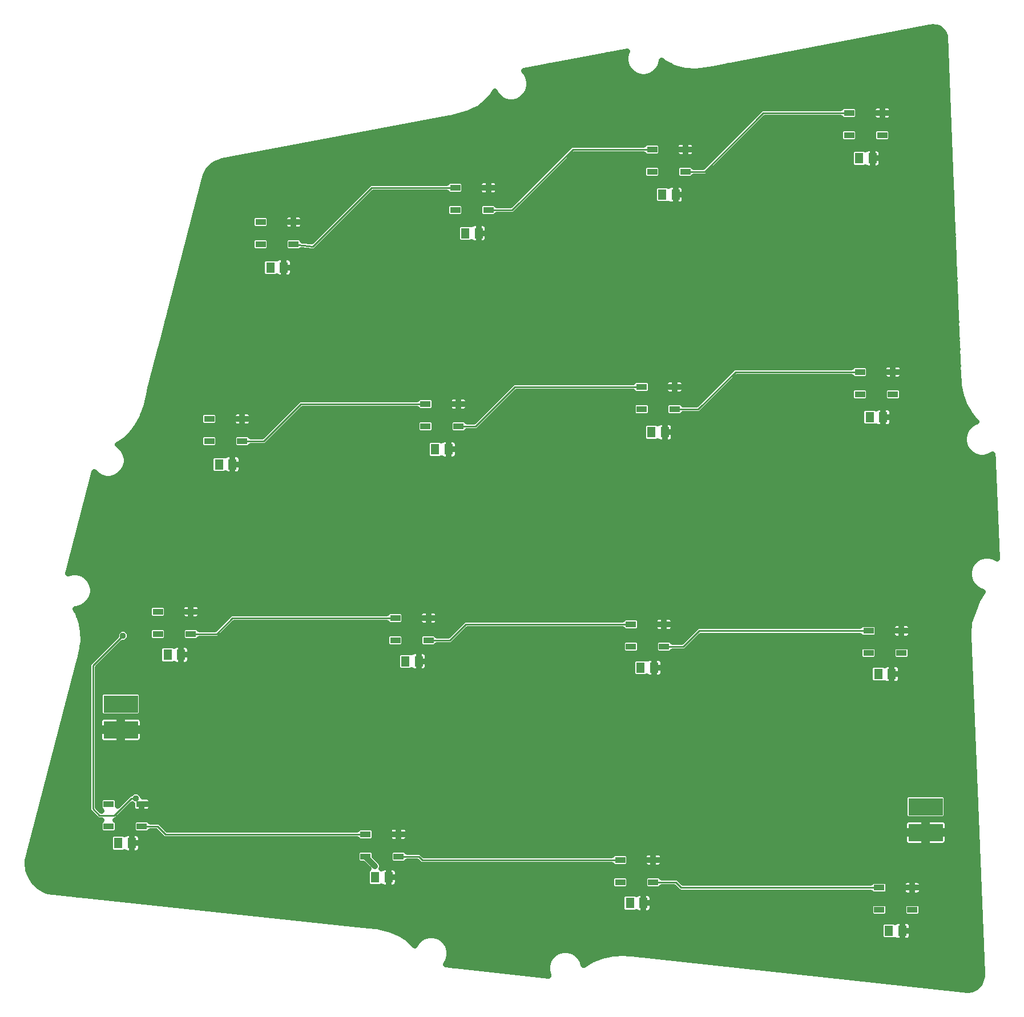
<source format=gbl>
G75*
G70*
%OFA0B0*%
%FSLAX24Y24*%
%IPPOS*%
%LPD*%
%AMOC8*
5,1,8,0,0,1.08239X$1,22.5*
%
%ADD10R,0.0591X0.0354*%
%ADD11R,0.0512X0.0630*%
%ADD12R,0.2000X0.1000*%
%ADD13C,0.0320*%
%ADD14OC8,0.0357*%
%ADD15C,0.0100*%
D10*
X021045Y020110D03*
X021045Y021410D03*
X022975Y021410D03*
X022975Y020110D03*
X023920Y031360D03*
X023920Y032660D03*
X025850Y032660D03*
X025850Y031360D03*
X037795Y030985D03*
X037795Y032285D03*
X039725Y032285D03*
X039725Y030985D03*
X051545Y030610D03*
X051545Y031910D03*
X053475Y031910D03*
X053475Y030610D03*
X065420Y030235D03*
X065420Y031535D03*
X067350Y031535D03*
X067350Y030235D03*
X052850Y018160D03*
X052850Y016860D03*
X050920Y016860D03*
X050920Y018160D03*
X037975Y018360D03*
X037975Y019660D03*
X036045Y019660D03*
X036045Y018360D03*
X028850Y042610D03*
X028850Y043910D03*
X026920Y043910D03*
X026920Y042610D03*
X039545Y043485D03*
X039545Y044785D03*
X041475Y044785D03*
X041475Y043485D03*
X052170Y044485D03*
X052170Y045785D03*
X054100Y045785D03*
X054100Y044485D03*
X064920Y045360D03*
X064920Y046660D03*
X066850Y046660D03*
X066850Y045360D03*
X054725Y058360D03*
X054725Y059660D03*
X052795Y059660D03*
X052795Y058360D03*
X043225Y057410D03*
X043225Y056110D03*
X041295Y056110D03*
X041295Y057410D03*
X031850Y055410D03*
X031850Y054110D03*
X029920Y054110D03*
X029920Y055410D03*
X064295Y060485D03*
X064295Y061785D03*
X066225Y061785D03*
X066225Y060485D03*
X066045Y016535D03*
X066045Y015235D03*
X067975Y015235D03*
X067975Y016535D03*
D11*
X067404Y014010D03*
X066616Y014010D03*
X052279Y015635D03*
X051491Y015635D03*
X037404Y017135D03*
X036616Y017135D03*
X038366Y029760D03*
X039154Y029760D03*
X052116Y029385D03*
X052904Y029385D03*
X065991Y029010D03*
X066779Y029010D03*
X053529Y043135D03*
X052741Y043135D03*
X040904Y042135D03*
X040116Y042135D03*
X028279Y041260D03*
X027491Y041260D03*
X025279Y030135D03*
X024491Y030135D03*
X022404Y019135D03*
X021616Y019135D03*
X030491Y052760D03*
X031279Y052760D03*
X041866Y054760D03*
X042654Y054760D03*
X053366Y057010D03*
X054154Y057010D03*
X064866Y059135D03*
X065654Y059135D03*
X065491Y044010D03*
X066279Y044010D03*
D12*
X068760Y021260D03*
X068760Y019760D03*
X021760Y025760D03*
X021760Y027260D03*
D13*
X016712Y016848D02*
X017003Y016573D01*
X017347Y016369D01*
X017490Y016314D01*
X035580Y014389D01*
X036608Y014295D01*
X036653Y014302D01*
X036719Y014285D01*
X036788Y014279D01*
X036827Y014258D01*
X037372Y014122D01*
X037426Y014120D01*
X037480Y014095D01*
X037537Y014080D01*
X037581Y014048D01*
X037954Y013876D01*
X038158Y013789D01*
X038158Y013789D01*
X038541Y013535D01*
X038541Y013535D01*
X038872Y013215D01*
X038872Y013215D01*
X038925Y013140D01*
X039043Y013344D01*
X039240Y013541D01*
X039482Y013681D01*
X039751Y013753D01*
X040030Y013753D01*
X040300Y013681D01*
X040542Y013541D01*
X040739Y013344D01*
X040879Y013102D01*
X040951Y012833D01*
X040951Y012553D01*
X040879Y012284D01*
X040739Y012042D01*
X040734Y012038D01*
X046750Y011392D01*
X046736Y011417D01*
X046663Y011687D01*
X046663Y011966D01*
X046736Y012236D01*
X046875Y012477D01*
X047073Y012675D01*
X047314Y012814D01*
X047584Y012886D01*
X047863Y012886D01*
X048133Y012814D01*
X048374Y012675D01*
X048572Y012477D01*
X048711Y012236D01*
X048774Y012002D01*
X048803Y012027D01*
X048803Y012027D01*
X049000Y012145D01*
X049004Y012147D01*
X049278Y012311D01*
X049881Y012550D01*
X050514Y012688D01*
X050514Y012688D01*
X051162Y012723D01*
X051162Y012723D01*
X051372Y012700D01*
X051439Y012693D01*
X051484Y012688D01*
X051596Y012676D01*
X051596Y012676D01*
X071187Y010558D01*
X071277Y010560D01*
X071472Y010598D01*
X071653Y010682D01*
X071809Y010805D01*
X071933Y010961D01*
X072016Y011142D01*
X072055Y011337D01*
X072056Y011437D01*
X072055Y011471D01*
X072052Y011549D01*
X072052Y011549D01*
X071260Y031253D01*
X071250Y031281D01*
X071255Y031364D01*
X071252Y031447D01*
X071262Y031475D01*
X071289Y031897D01*
X071285Y031980D01*
X071296Y032008D01*
X071297Y032039D01*
X071334Y032113D01*
X071652Y032981D01*
X071652Y032982D01*
X071691Y033086D01*
X071729Y033191D01*
X071730Y033192D01*
X071788Y033348D01*
X071788Y033348D01*
X072087Y033818D01*
X072087Y033818D01*
X072098Y033829D01*
X071945Y033870D01*
X071703Y034009D01*
X071506Y034207D01*
X071367Y034448D01*
X071294Y034718D01*
X071294Y034997D01*
X071367Y035267D01*
X071506Y035508D01*
X071703Y035706D01*
X071945Y035845D01*
X072215Y035917D01*
X072494Y035917D01*
X072763Y035845D01*
X072919Y035755D01*
X072694Y041359D01*
X072692Y041363D01*
X072689Y041472D01*
X072685Y041580D01*
X072687Y041584D01*
X072680Y041860D01*
X072463Y041736D01*
X072194Y041663D01*
X071915Y041663D01*
X071645Y041736D01*
X071403Y041875D01*
X071206Y042073D01*
X071067Y042314D01*
X070994Y042584D01*
X070994Y042863D01*
X071067Y043133D01*
X071206Y043374D01*
X071403Y043572D01*
X071645Y043711D01*
X071735Y043735D01*
X071647Y043816D01*
X071647Y043816D01*
X071326Y044218D01*
X071326Y044218D01*
X071254Y044344D01*
X071201Y044437D01*
X071198Y044441D01*
X071142Y044538D01*
X071142Y044538D01*
X071044Y044709D01*
X071044Y044709D01*
X070825Y045287D01*
X070825Y045287D01*
X070702Y045892D01*
X070702Y045892D01*
X070694Y046088D01*
X070693Y046123D01*
X070690Y046201D01*
X070685Y046313D01*
X070685Y046313D01*
X069892Y066278D01*
X069877Y066337D01*
X069799Y066499D01*
X069681Y066636D01*
X069533Y066737D01*
X069363Y066797D01*
X069183Y066810D01*
X069093Y066799D01*
X068983Y066778D01*
X056999Y064500D01*
X056324Y064360D01*
X055636Y064262D01*
X055628Y064261D01*
X055322Y064217D01*
X055322Y064217D01*
X054689Y064257D01*
X054078Y064426D01*
X053514Y064716D01*
X053514Y064716D01*
X053350Y064849D01*
X053350Y064815D01*
X053277Y064545D01*
X053138Y064304D01*
X052940Y064106D01*
X052699Y063967D01*
X052429Y063894D01*
X052150Y063894D01*
X051880Y063967D01*
X051639Y064106D01*
X051441Y064304D01*
X051302Y064545D01*
X051230Y064815D01*
X051230Y065094D01*
X051302Y065364D01*
X051322Y065399D01*
X045289Y064255D01*
X045405Y064139D01*
X045545Y063897D01*
X045617Y063628D01*
X045617Y063348D01*
X045545Y063079D01*
X045405Y062837D01*
X045208Y062640D01*
X044966Y062500D01*
X044697Y062428D01*
X044418Y062428D01*
X044148Y062500D01*
X043906Y062640D01*
X043709Y062837D01*
X043593Y063037D01*
X043569Y062993D01*
X043478Y062831D01*
X043478Y062831D01*
X043106Y062405D01*
X043106Y062405D01*
X042654Y062064D01*
X042487Y061985D01*
X042398Y061944D01*
X042071Y061790D01*
X042071Y061790D01*
X041384Y061567D01*
X041384Y061567D01*
X041140Y061521D01*
X041127Y061518D01*
X041029Y061500D01*
X040919Y061479D01*
X040919Y061479D01*
X027673Y058968D01*
X027534Y058931D01*
X027269Y058810D01*
X027037Y058634D01*
X026850Y058411D01*
X026717Y058152D01*
X026672Y058013D01*
X026659Y057963D01*
X026644Y057904D01*
X024840Y050948D01*
X024134Y048223D01*
X024134Y048223D01*
X024106Y048115D01*
X024078Y048006D01*
X024078Y048005D01*
X023478Y045703D01*
X023417Y045352D01*
X023417Y045352D01*
X023220Y044619D01*
X023220Y044619D01*
X023129Y044368D01*
X023129Y044368D01*
X023091Y044264D01*
X023090Y044263D01*
X023051Y044157D01*
X023051Y044157D01*
X022991Y043992D01*
X022991Y043992D01*
X022718Y043485D01*
X022718Y043485D01*
X022547Y043253D01*
X022543Y043248D01*
X022411Y043071D01*
X022411Y043071D01*
X022411Y043071D01*
X022086Y042752D01*
X022086Y042752D01*
X021716Y042487D01*
X021716Y042487D01*
X021557Y042407D01*
X021677Y042338D01*
X021874Y042141D01*
X022014Y041899D01*
X022086Y041630D01*
X022086Y041351D01*
X022014Y041081D01*
X021874Y040839D01*
X021677Y040642D01*
X021435Y040502D01*
X021166Y040430D01*
X020887Y040430D01*
X020617Y040502D01*
X020375Y040642D01*
X020208Y040809D01*
X018679Y034886D01*
X018920Y034951D01*
X019199Y034951D01*
X019469Y034879D01*
X019710Y034739D01*
X019908Y034542D01*
X020047Y034300D01*
X020120Y034030D01*
X020120Y033751D01*
X020047Y033482D01*
X019908Y033240D01*
X019710Y033043D01*
X019469Y032903D01*
X019199Y032831D01*
X019088Y032831D01*
X019090Y032828D01*
X019226Y032607D01*
X019226Y032607D01*
X019437Y032068D01*
X019437Y032068D01*
X019550Y031501D01*
X019550Y031501D01*
X019563Y030923D01*
X019563Y030923D01*
X019535Y030748D01*
X019523Y030667D01*
X019518Y030637D01*
X019500Y030526D01*
X019500Y030526D01*
X019450Y030205D01*
X019368Y029891D01*
X019368Y029891D01*
X019338Y029777D01*
X019311Y029673D01*
X019311Y029673D01*
X016289Y018111D01*
X016286Y017950D01*
X016345Y017554D01*
X016489Y017180D01*
X016712Y016848D01*
X016798Y016767D02*
X036140Y016767D01*
X036140Y016729D02*
X036269Y016600D01*
X036963Y016600D01*
X036982Y016618D01*
X037025Y016590D01*
X037072Y016570D01*
X037122Y016560D01*
X037404Y016560D01*
X037685Y016560D01*
X037735Y016570D01*
X037783Y016590D01*
X037825Y016618D01*
X037862Y016654D01*
X037890Y016697D01*
X037910Y016744D01*
X037920Y016794D01*
X037920Y017135D01*
X037920Y017476D01*
X037910Y017526D01*
X037890Y017573D01*
X037862Y017616D01*
X037825Y017652D01*
X037783Y017680D01*
X037735Y017700D01*
X037685Y017710D01*
X037404Y017710D01*
X037404Y017135D01*
X037920Y017135D01*
X037404Y017135D01*
X037404Y017135D01*
X037404Y016560D01*
X037404Y017135D01*
X037404Y017135D01*
X037404Y017135D01*
X037404Y017710D01*
X037122Y017710D01*
X037072Y017700D01*
X037025Y017680D01*
X036982Y017652D01*
X036982Y017652D01*
X036974Y017660D01*
X036996Y017714D01*
X036996Y017865D01*
X036938Y018005D01*
X036561Y018383D01*
X036561Y018629D01*
X036432Y018758D01*
X035659Y018758D01*
X035530Y018629D01*
X035530Y018092D01*
X035659Y017963D01*
X035905Y017963D01*
X036234Y017635D01*
X036140Y017541D01*
X036140Y016729D01*
X036140Y017086D02*
X016553Y017086D01*
X016402Y017404D02*
X036140Y017404D01*
X036146Y017723D02*
X016320Y017723D01*
X016288Y018041D02*
X035581Y018041D01*
X035530Y018360D02*
X016354Y018360D01*
X016437Y018678D02*
X021191Y018678D01*
X021140Y018729D02*
X021269Y018600D01*
X021963Y018600D01*
X021982Y018618D01*
X022025Y018590D01*
X022072Y018570D01*
X022122Y018560D01*
X022404Y018560D01*
X022685Y018560D01*
X022735Y018570D01*
X022783Y018590D01*
X022825Y018618D01*
X022862Y018654D01*
X022890Y018697D01*
X022910Y018744D01*
X022920Y018794D01*
X022920Y019135D01*
X022920Y019476D01*
X022910Y019526D01*
X022890Y019573D01*
X022862Y019616D01*
X022825Y019652D01*
X022783Y019680D01*
X022735Y019700D01*
X022685Y019710D01*
X022404Y019710D01*
X022404Y019135D01*
X022920Y019135D01*
X022404Y019135D01*
X022404Y019135D01*
X022404Y018560D01*
X022404Y019135D01*
X022404Y019135D01*
X022404Y019135D01*
X022404Y019710D01*
X022122Y019710D01*
X022072Y019700D01*
X022025Y019680D01*
X021982Y019652D01*
X021982Y019652D01*
X021963Y019670D01*
X021269Y019670D01*
X021140Y019541D01*
X021140Y018729D01*
X021140Y018997D02*
X016521Y018997D01*
X016604Y019315D02*
X021140Y019315D01*
X021233Y019634D02*
X016687Y019634D01*
X016770Y019952D02*
X020530Y019952D01*
X020530Y019842D02*
X020659Y019713D01*
X021432Y019713D01*
X021561Y019842D01*
X021561Y020379D01*
X021446Y020493D01*
X021538Y020531D01*
X021614Y020607D01*
X022419Y021412D01*
X022419Y021410D01*
X022422Y021410D01*
X022422Y021410D01*
X022419Y021410D01*
X022419Y021207D01*
X022429Y021157D01*
X022449Y021109D01*
X022477Y021067D01*
X022514Y021030D01*
X022556Y021002D01*
X022603Y020982D01*
X022654Y020972D01*
X022975Y020972D01*
X023295Y020972D01*
X023346Y020982D01*
X023393Y021002D01*
X023436Y021030D01*
X023472Y021067D01*
X023500Y021109D01*
X023520Y021157D01*
X023530Y021207D01*
X023530Y021410D01*
X023530Y021612D01*
X023520Y021663D01*
X023500Y021710D01*
X023472Y021753D01*
X023436Y021789D01*
X023393Y021817D01*
X023346Y021837D01*
X023295Y021847D01*
X023033Y021847D01*
X023033Y021925D01*
X022800Y022158D01*
X022470Y022158D01*
X022342Y022030D01*
X022331Y022030D01*
X022232Y021989D01*
X021561Y021318D01*
X021561Y021678D01*
X021432Y021807D01*
X020659Y021807D01*
X020530Y021678D01*
X020530Y021141D01*
X020641Y021030D01*
X020622Y021030D01*
X020405Y021247D01*
X020405Y029398D01*
X021868Y030862D01*
X022050Y030862D01*
X022283Y031095D01*
X022283Y031425D01*
X022050Y031658D01*
X021720Y031658D01*
X021487Y031425D01*
X021487Y031243D01*
X019906Y029663D01*
X019865Y029564D01*
X019865Y021081D01*
X019906Y020982D01*
X019982Y020906D01*
X020357Y020531D01*
X020456Y020490D01*
X020641Y020490D01*
X020530Y020379D01*
X020530Y019842D01*
X020530Y020271D02*
X016854Y020271D01*
X016937Y020589D02*
X020299Y020589D01*
X019981Y020908D02*
X017020Y020908D01*
X017103Y021226D02*
X019865Y021226D01*
X019865Y021545D02*
X017187Y021545D01*
X017270Y021863D02*
X019865Y021863D01*
X019865Y022182D02*
X017353Y022182D01*
X017436Y022500D02*
X019865Y022500D01*
X019865Y022819D02*
X017520Y022819D01*
X017603Y023137D02*
X019865Y023137D01*
X019865Y023456D02*
X017686Y023456D01*
X017769Y023774D02*
X019865Y023774D01*
X019865Y024093D02*
X017853Y024093D01*
X017936Y024411D02*
X019865Y024411D01*
X019865Y024730D02*
X018019Y024730D01*
X018102Y025048D02*
X019865Y025048D01*
X019865Y025367D02*
X018186Y025367D01*
X018269Y025685D02*
X019865Y025685D01*
X019865Y026004D02*
X018352Y026004D01*
X018435Y026322D02*
X019865Y026322D01*
X019865Y026641D02*
X018519Y026641D01*
X018602Y026959D02*
X019865Y026959D01*
X019865Y027278D02*
X018685Y027278D01*
X018768Y027596D02*
X019865Y027596D01*
X019865Y027915D02*
X018852Y027915D01*
X018935Y028233D02*
X019865Y028233D01*
X019865Y028552D02*
X019018Y028552D01*
X019101Y028870D02*
X019865Y028870D01*
X019865Y029189D02*
X019185Y029189D01*
X019268Y029507D02*
X019865Y029507D01*
X020069Y029826D02*
X019351Y029826D01*
X019434Y030144D02*
X020387Y030144D01*
X020706Y030463D02*
X019490Y030463D01*
X019540Y030781D02*
X021024Y030781D01*
X021343Y031100D02*
X019559Y031100D01*
X019552Y031418D02*
X021487Y031418D01*
X021788Y030781D02*
X037280Y030781D01*
X037280Y030717D02*
X037409Y030588D01*
X038182Y030588D01*
X038311Y030717D01*
X038311Y031254D01*
X038182Y031383D01*
X037409Y031383D01*
X037280Y031254D01*
X037280Y030717D01*
X037280Y031100D02*
X027436Y031100D01*
X027414Y031090D02*
X027513Y031131D01*
X027589Y031207D01*
X028396Y032015D01*
X037282Y032015D01*
X037409Y031887D01*
X038182Y031887D01*
X038311Y032016D01*
X038311Y032553D01*
X038182Y032682D01*
X037409Y032682D01*
X037282Y032555D01*
X028231Y032555D01*
X028132Y032514D01*
X027249Y031630D01*
X026363Y031630D01*
X026236Y031758D01*
X025463Y031758D01*
X025334Y031629D01*
X025334Y031092D01*
X025463Y030963D01*
X026236Y030963D01*
X026363Y031090D01*
X027414Y031090D01*
X027800Y031418D02*
X041036Y031418D01*
X040874Y031255D02*
X040238Y031255D01*
X040111Y031383D01*
X039338Y031383D01*
X039209Y031254D01*
X039209Y030717D01*
X039338Y030588D01*
X040111Y030588D01*
X040238Y030715D01*
X041039Y030715D01*
X041138Y030756D01*
X041214Y030832D01*
X042021Y031640D01*
X051032Y031640D01*
X051159Y031512D01*
X051932Y031512D01*
X052061Y031641D01*
X052061Y032178D01*
X051932Y032307D01*
X051159Y032307D01*
X051032Y032180D01*
X041856Y032180D01*
X041757Y032139D01*
X040874Y031255D01*
X041163Y030781D02*
X051030Y030781D01*
X051030Y030879D02*
X051030Y030342D01*
X051159Y030213D01*
X051932Y030213D01*
X052061Y030342D01*
X052061Y030879D01*
X051932Y031008D01*
X051159Y031008D01*
X051030Y030879D01*
X051030Y030463D02*
X025795Y030463D01*
X025795Y030476D02*
X025785Y030526D01*
X025765Y030573D01*
X025737Y030616D01*
X025700Y030652D01*
X025658Y030680D01*
X025610Y030700D01*
X025560Y030710D01*
X025279Y030710D01*
X025279Y030135D01*
X025795Y030135D01*
X025795Y030476D01*
X025795Y030144D02*
X037890Y030144D01*
X037890Y030166D02*
X037890Y029354D01*
X038019Y029225D01*
X038713Y029225D01*
X038732Y029243D01*
X038775Y029215D01*
X038822Y029195D01*
X038872Y029185D01*
X039154Y029185D01*
X039435Y029185D01*
X039485Y029195D01*
X039533Y029215D01*
X039575Y029243D01*
X039612Y029279D01*
X039640Y029322D01*
X039660Y029369D01*
X039670Y029419D01*
X039670Y029760D01*
X039670Y030101D01*
X039660Y030151D01*
X039640Y030198D01*
X039612Y030241D01*
X039575Y030277D01*
X039533Y030305D01*
X039485Y030325D01*
X039435Y030335D01*
X039154Y030335D01*
X039154Y029760D01*
X039670Y029760D01*
X039154Y029760D01*
X039154Y029760D01*
X039154Y029185D01*
X039154Y029760D01*
X039154Y029760D01*
X039154Y029760D01*
X039154Y030335D01*
X038872Y030335D01*
X038822Y030325D01*
X038775Y030305D01*
X038732Y030277D01*
X038732Y030277D01*
X038713Y030295D01*
X038019Y030295D01*
X037890Y030166D01*
X037890Y029826D02*
X025795Y029826D01*
X025795Y029794D02*
X025795Y030135D01*
X025279Y030135D01*
X025279Y030135D01*
X025279Y029560D01*
X025560Y029560D01*
X025610Y029570D01*
X025658Y029590D01*
X025700Y029618D01*
X025737Y029654D01*
X025765Y029697D01*
X025785Y029744D01*
X025795Y029794D01*
X025279Y029826D02*
X025279Y029826D01*
X025279Y029560D02*
X025279Y030135D01*
X025279Y030135D01*
X025279Y030135D01*
X025279Y030710D01*
X024997Y030710D01*
X024947Y030700D01*
X024900Y030680D01*
X024857Y030652D01*
X024857Y030652D01*
X024838Y030670D01*
X024144Y030670D01*
X024015Y030541D01*
X024015Y029729D01*
X024144Y029600D01*
X024838Y029600D01*
X024857Y029618D01*
X024900Y029590D01*
X024947Y029570D01*
X024997Y029560D01*
X025279Y029560D01*
X024857Y029618D02*
X024857Y029618D01*
X025279Y030144D02*
X025279Y030144D01*
X025279Y030463D02*
X025279Y030463D01*
X025334Y031100D02*
X024436Y031100D01*
X024436Y031092D02*
X024307Y030963D01*
X023534Y030963D01*
X023405Y031092D01*
X023405Y031629D01*
X023534Y031758D01*
X024307Y031758D01*
X024436Y031629D01*
X024436Y031092D01*
X024436Y031418D02*
X025334Y031418D01*
X025442Y031737D02*
X024328Y031737D01*
X024307Y032262D02*
X024436Y032391D01*
X024436Y032928D01*
X024307Y033057D01*
X023534Y033057D01*
X023405Y032928D01*
X023405Y032391D01*
X023534Y032262D01*
X024307Y032262D01*
X024418Y032374D02*
X025318Y032374D01*
X025324Y032359D02*
X025352Y032317D01*
X025389Y032280D01*
X025431Y032252D01*
X025478Y032232D01*
X025529Y032222D01*
X025850Y032222D01*
X026170Y032222D01*
X026221Y032232D01*
X026268Y032252D01*
X026311Y032280D01*
X026347Y032317D01*
X026375Y032359D01*
X026395Y032407D01*
X026405Y032457D01*
X026405Y032660D01*
X026405Y032862D01*
X026395Y032913D01*
X026375Y032960D01*
X026347Y033003D01*
X026311Y033039D01*
X026268Y033067D01*
X026221Y033087D01*
X026170Y033097D01*
X025850Y033097D01*
X025850Y032660D01*
X026405Y032660D01*
X025850Y032660D01*
X025850Y032660D01*
X025850Y032660D01*
X025850Y033097D01*
X025529Y033097D01*
X025478Y033087D01*
X025431Y033067D01*
X025389Y033039D01*
X025352Y033003D01*
X025324Y032960D01*
X025304Y032913D01*
X025294Y032862D01*
X025294Y032660D01*
X025850Y032660D01*
X025850Y032222D01*
X025850Y032660D01*
X025850Y032660D01*
X025850Y032660D01*
X025294Y032660D01*
X025294Y032457D01*
X025304Y032407D01*
X025324Y032359D01*
X025294Y032692D02*
X024436Y032692D01*
X024353Y033011D02*
X025360Y033011D01*
X025850Y033011D02*
X025850Y033011D01*
X025850Y032692D02*
X025850Y032692D01*
X025850Y032374D02*
X025850Y032374D01*
X026381Y032374D02*
X027992Y032374D01*
X027673Y032055D02*
X019440Y032055D01*
X019503Y031737D02*
X023513Y031737D01*
X023405Y031418D02*
X022283Y031418D01*
X022283Y031100D02*
X023405Y031100D01*
X024015Y030463D02*
X021469Y030463D01*
X021151Y030144D02*
X024015Y030144D01*
X024015Y029826D02*
X020832Y029826D01*
X020514Y029507D02*
X037890Y029507D01*
X038732Y029243D02*
X038732Y029243D01*
X038855Y029189D02*
X020405Y029189D01*
X020405Y028870D02*
X051749Y028870D01*
X051769Y028850D02*
X052463Y028850D01*
X052482Y028868D01*
X052525Y028840D01*
X052572Y028820D01*
X052622Y028810D01*
X052904Y028810D01*
X053185Y028810D01*
X053235Y028820D01*
X053283Y028840D01*
X053325Y028868D01*
X053362Y028904D01*
X053390Y028947D01*
X053410Y028994D01*
X053420Y029044D01*
X053420Y029385D01*
X053420Y029726D01*
X053410Y029776D01*
X053390Y029823D01*
X053362Y029866D01*
X053325Y029902D01*
X053283Y029930D01*
X053235Y029950D01*
X053185Y029960D01*
X052904Y029960D01*
X052904Y029385D01*
X053420Y029385D01*
X052904Y029385D01*
X052904Y029385D01*
X052904Y028810D01*
X052904Y029385D01*
X052904Y029385D01*
X052904Y029385D01*
X052904Y029960D01*
X052622Y029960D01*
X052572Y029950D01*
X052525Y029930D01*
X052482Y029902D01*
X052482Y029902D01*
X052463Y029920D01*
X051769Y029920D01*
X051640Y029791D01*
X051640Y028979D01*
X051769Y028850D01*
X051640Y029189D02*
X039453Y029189D01*
X039154Y029189D02*
X039154Y029189D01*
X039154Y029507D02*
X039154Y029507D01*
X039154Y029826D02*
X039154Y029826D01*
X039154Y030144D02*
X039154Y030144D01*
X039661Y030144D02*
X064905Y030144D01*
X064905Y029967D02*
X064905Y030504D01*
X065034Y030633D01*
X065807Y030633D01*
X065936Y030504D01*
X065936Y029967D01*
X065807Y029838D01*
X065034Y029838D01*
X064905Y029967D01*
X064905Y030463D02*
X054844Y030463D01*
X054839Y030457D02*
X055646Y031265D01*
X064907Y031265D01*
X065034Y031137D01*
X065807Y031137D01*
X065936Y031266D01*
X065936Y031803D01*
X065807Y031932D01*
X065034Y031932D01*
X064907Y031805D01*
X055481Y031805D01*
X055382Y031764D01*
X054499Y030880D01*
X053988Y030880D01*
X053861Y031008D01*
X053088Y031008D01*
X052959Y030879D01*
X052959Y030342D01*
X053088Y030213D01*
X053861Y030213D01*
X053988Y030340D01*
X054664Y030340D01*
X054763Y030381D01*
X054839Y030457D01*
X055163Y030781D02*
X071279Y030781D01*
X071292Y030463D02*
X067865Y030463D01*
X067865Y030504D02*
X067736Y030633D01*
X066963Y030633D01*
X066834Y030504D01*
X066834Y029967D01*
X066963Y029838D01*
X067736Y029838D01*
X067865Y029967D01*
X067865Y030504D01*
X067865Y030144D02*
X071304Y030144D01*
X071317Y029826D02*
X053388Y029826D01*
X053420Y029507D02*
X065606Y029507D01*
X065644Y029545D02*
X065515Y029416D01*
X065515Y028604D01*
X065644Y028475D01*
X066338Y028475D01*
X066357Y028493D01*
X066400Y028465D01*
X066447Y028445D01*
X066497Y028435D01*
X066779Y028435D01*
X067060Y028435D01*
X067110Y028445D01*
X067158Y028465D01*
X067200Y028493D01*
X067237Y028529D01*
X067265Y028572D01*
X067285Y028619D01*
X067295Y028669D01*
X067295Y029010D01*
X067295Y029351D01*
X067285Y029401D01*
X067265Y029448D01*
X067237Y029491D01*
X067200Y029527D01*
X067158Y029555D01*
X067110Y029575D01*
X067060Y029585D01*
X066779Y029585D01*
X066779Y029010D01*
X067295Y029010D01*
X066779Y029010D01*
X066779Y029010D01*
X066779Y028435D01*
X066779Y029010D01*
X066779Y029010D01*
X066779Y029010D01*
X066779Y029585D01*
X066497Y029585D01*
X066447Y029575D01*
X066400Y029555D01*
X066357Y029527D01*
X066357Y029527D01*
X066338Y029545D01*
X065644Y029545D01*
X065515Y029189D02*
X053420Y029189D01*
X053327Y028870D02*
X065515Y028870D01*
X065568Y028552D02*
X020405Y028552D01*
X020405Y028233D02*
X071381Y028233D01*
X071394Y027915D02*
X022917Y027915D01*
X022980Y027851D02*
X022851Y027980D01*
X020669Y027980D01*
X020540Y027851D01*
X020540Y026669D01*
X020669Y026540D01*
X022851Y026540D01*
X022980Y026669D01*
X022980Y027851D01*
X022980Y027596D02*
X071407Y027596D01*
X071420Y027278D02*
X022980Y027278D01*
X022980Y026959D02*
X071432Y026959D01*
X071445Y026641D02*
X022952Y026641D01*
X022883Y026490D02*
X022836Y026510D01*
X022786Y026520D01*
X021850Y026520D01*
X021850Y025850D01*
X021670Y025850D01*
X021670Y026520D01*
X020734Y026520D01*
X020684Y026510D01*
X020637Y026490D01*
X020594Y026462D01*
X020558Y026426D01*
X020530Y026383D01*
X020510Y026336D01*
X020500Y026286D01*
X020500Y025850D01*
X021670Y025850D01*
X021670Y025670D01*
X021850Y025670D01*
X021850Y025850D01*
X023020Y025850D01*
X023020Y026286D01*
X023010Y026336D01*
X022990Y026383D01*
X022962Y026426D01*
X022926Y026462D01*
X022883Y026490D01*
X023013Y026322D02*
X071458Y026322D01*
X071471Y026004D02*
X023020Y026004D01*
X023020Y025670D02*
X023020Y025234D01*
X023010Y025184D01*
X022990Y025137D01*
X022962Y025094D01*
X022926Y025058D01*
X022883Y025030D01*
X022836Y025010D01*
X022786Y025000D01*
X021850Y025000D01*
X021850Y025670D01*
X023020Y025670D01*
X023020Y025367D02*
X071496Y025367D01*
X071484Y025685D02*
X021850Y025685D01*
X021670Y025685D02*
X020405Y025685D01*
X020500Y025670D02*
X020500Y025234D01*
X020510Y025184D01*
X020530Y025137D01*
X020558Y025094D01*
X020594Y025058D01*
X020637Y025030D01*
X020684Y025010D01*
X020734Y025000D01*
X021670Y025000D01*
X021670Y025670D01*
X020500Y025670D01*
X020500Y025367D02*
X020405Y025367D01*
X020405Y025048D02*
X020609Y025048D01*
X020405Y024730D02*
X071522Y024730D01*
X071509Y025048D02*
X022911Y025048D01*
X021850Y025048D02*
X021670Y025048D01*
X021670Y025367D02*
X021850Y025367D01*
X021850Y026004D02*
X021670Y026004D01*
X021670Y026322D02*
X021850Y026322D01*
X020568Y026641D02*
X020405Y026641D01*
X020405Y026959D02*
X020540Y026959D01*
X020540Y027278D02*
X020405Y027278D01*
X020405Y027596D02*
X020540Y027596D01*
X020603Y027915D02*
X020405Y027915D01*
X020405Y026322D02*
X020507Y026322D01*
X020500Y026004D02*
X020405Y026004D01*
X020405Y024411D02*
X071535Y024411D01*
X071548Y024093D02*
X020405Y024093D01*
X020405Y023774D02*
X071560Y023774D01*
X071573Y023456D02*
X020405Y023456D01*
X020405Y023137D02*
X071586Y023137D01*
X071599Y022819D02*
X020405Y022819D01*
X020405Y022500D02*
X071612Y022500D01*
X071624Y022182D02*
X020405Y022182D01*
X020405Y021863D02*
X022106Y021863D01*
X021788Y021545D02*
X021561Y021545D01*
X021914Y020908D02*
X067540Y020908D01*
X067540Y020669D02*
X067669Y020540D01*
X069851Y020540D01*
X069980Y020669D01*
X069980Y021851D01*
X069851Y021980D01*
X067669Y021980D01*
X067540Y021851D01*
X067540Y020669D01*
X067620Y020589D02*
X021596Y020589D01*
X021561Y020271D02*
X022459Y020271D01*
X022459Y020379D02*
X022459Y019842D01*
X022588Y019713D01*
X023361Y019713D01*
X023488Y019840D01*
X023798Y019840D01*
X024207Y019431D01*
X024307Y019390D01*
X035532Y019390D01*
X035659Y019262D01*
X036432Y019262D01*
X036561Y019391D01*
X036561Y019928D01*
X036432Y020057D01*
X035659Y020057D01*
X035532Y019930D01*
X024472Y019930D01*
X024063Y020339D01*
X023963Y020380D01*
X023488Y020380D01*
X023361Y020508D01*
X022588Y020508D01*
X022459Y020379D01*
X022459Y019952D02*
X021561Y019952D01*
X022404Y019634D02*
X022404Y019634D01*
X022404Y019315D02*
X022404Y019315D01*
X022404Y018997D02*
X022404Y018997D01*
X022404Y018678D02*
X022404Y018678D01*
X021982Y018618D02*
X021982Y018618D01*
X022877Y018678D02*
X035579Y018678D01*
X036045Y018360D02*
X036616Y017790D01*
X036902Y018041D02*
X037510Y018041D01*
X037459Y018092D02*
X037588Y017963D01*
X038361Y017963D01*
X038488Y018090D01*
X039048Y018090D01*
X039207Y017931D01*
X039307Y017890D01*
X050407Y017890D01*
X050534Y017762D01*
X051307Y017762D01*
X051436Y017891D01*
X051436Y018428D01*
X051307Y018557D01*
X050534Y018557D01*
X050407Y018430D01*
X039472Y018430D01*
X039313Y018589D01*
X039213Y018630D01*
X038488Y018630D01*
X038361Y018758D01*
X037588Y018758D01*
X037459Y018629D01*
X037459Y018092D01*
X037459Y018360D02*
X036584Y018360D01*
X036511Y018678D02*
X037509Y018678D01*
X037603Y019232D02*
X037654Y019222D01*
X037975Y019222D01*
X038295Y019222D01*
X038346Y019232D01*
X038393Y019252D01*
X038436Y019280D01*
X038472Y019317D01*
X038500Y019359D01*
X038520Y019407D01*
X038530Y019457D01*
X038530Y019660D01*
X038530Y019862D01*
X038520Y019913D01*
X038500Y019960D01*
X038472Y020003D01*
X038436Y020039D01*
X038393Y020067D01*
X038346Y020087D01*
X038295Y020097D01*
X037975Y020097D01*
X037975Y019660D01*
X038530Y019660D01*
X037975Y019660D01*
X037975Y019660D01*
X037975Y019660D01*
X037975Y020097D01*
X037654Y020097D01*
X037603Y020087D01*
X037556Y020067D01*
X037514Y020039D01*
X037477Y020003D01*
X037449Y019960D01*
X037429Y019913D01*
X037419Y019862D01*
X037419Y019660D01*
X037975Y019660D01*
X037975Y019222D01*
X037975Y019660D01*
X037975Y019660D01*
X037975Y019660D01*
X037419Y019660D01*
X037419Y019457D01*
X037429Y019407D01*
X037449Y019359D01*
X037477Y019317D01*
X037514Y019280D01*
X037556Y019252D01*
X037603Y019232D01*
X037479Y019315D02*
X036484Y019315D01*
X036561Y019634D02*
X037419Y019634D01*
X037446Y019952D02*
X036537Y019952D01*
X035554Y019952D02*
X024450Y019952D01*
X024131Y020271D02*
X067500Y020271D01*
X067500Y020286D02*
X067500Y019850D01*
X068670Y019850D01*
X068670Y020520D01*
X067734Y020520D01*
X067684Y020510D01*
X067637Y020490D01*
X067594Y020462D01*
X067558Y020426D01*
X067530Y020383D01*
X067510Y020336D01*
X067500Y020286D01*
X067500Y019952D02*
X038504Y019952D01*
X038530Y019634D02*
X067500Y019634D01*
X067500Y019670D02*
X067500Y019234D01*
X067510Y019184D01*
X067530Y019137D01*
X067558Y019094D01*
X067594Y019058D01*
X067637Y019030D01*
X067684Y019010D01*
X067734Y019000D01*
X068670Y019000D01*
X068670Y019670D01*
X068850Y019670D01*
X068850Y019850D01*
X068670Y019850D01*
X068670Y019670D01*
X067500Y019670D01*
X067500Y019315D02*
X038470Y019315D01*
X037975Y019315D02*
X037975Y019315D01*
X037975Y019634D02*
X037975Y019634D01*
X037975Y019952D02*
X037975Y019952D01*
X038441Y018678D02*
X071765Y018678D01*
X071752Y018997D02*
X022920Y018997D01*
X022920Y019315D02*
X035606Y019315D01*
X036996Y017723D02*
X052528Y017723D01*
X052529Y017722D02*
X052850Y017722D01*
X053170Y017722D01*
X053221Y017732D01*
X053268Y017752D01*
X053311Y017780D01*
X053347Y017817D01*
X053375Y017859D01*
X053395Y017907D01*
X053405Y017957D01*
X053405Y018160D01*
X053405Y018362D01*
X053395Y018413D01*
X053375Y018460D01*
X053347Y018503D01*
X053311Y018539D01*
X053268Y018567D01*
X053221Y018587D01*
X053170Y018597D01*
X052850Y018597D01*
X052850Y018160D01*
X053405Y018160D01*
X052850Y018160D01*
X052850Y018160D01*
X052850Y018160D01*
X052850Y018597D01*
X052529Y018597D01*
X052478Y018587D01*
X052431Y018567D01*
X052389Y018539D01*
X052352Y018503D01*
X052324Y018460D01*
X052304Y018413D01*
X052294Y018362D01*
X052294Y018160D01*
X052850Y018160D01*
X052850Y017722D01*
X052850Y018160D01*
X052850Y018160D01*
X052850Y018160D01*
X052294Y018160D01*
X052294Y017957D01*
X052304Y017907D01*
X052324Y017859D01*
X052352Y017817D01*
X052389Y017780D01*
X052431Y017752D01*
X052478Y017732D01*
X052529Y017722D01*
X052850Y017723D02*
X052850Y017723D01*
X052850Y018041D02*
X052850Y018041D01*
X052850Y018360D02*
X052850Y018360D01*
X053405Y018360D02*
X071778Y018360D01*
X071791Y018041D02*
X053405Y018041D01*
X053171Y017723D02*
X071804Y017723D01*
X071817Y017404D02*
X037920Y017404D01*
X037920Y017086D02*
X050405Y017086D01*
X050405Y017129D02*
X050405Y016592D01*
X050534Y016463D01*
X051307Y016463D01*
X051436Y016592D01*
X051436Y017129D01*
X051307Y017258D01*
X050534Y017258D01*
X050405Y017129D01*
X050405Y016767D02*
X037914Y016767D01*
X037404Y016767D02*
X037404Y016767D01*
X037404Y017086D02*
X037404Y017086D01*
X037404Y017404D02*
X037404Y017404D01*
X036982Y016618D02*
X036982Y016618D01*
X038439Y018041D02*
X039097Y018041D01*
X037901Y013901D02*
X066140Y013901D01*
X066140Y013604D02*
X066140Y014416D01*
X066269Y014545D01*
X066963Y014545D01*
X066982Y014527D01*
X066982Y014527D01*
X067025Y014555D01*
X067072Y014575D01*
X067122Y014585D01*
X067404Y014585D01*
X067685Y014585D01*
X067735Y014575D01*
X067783Y014555D01*
X067825Y014527D01*
X067862Y014491D01*
X067890Y014448D01*
X067910Y014401D01*
X067920Y014351D01*
X067920Y014010D01*
X067404Y014010D01*
X067404Y014010D01*
X067920Y014010D01*
X067920Y013669D01*
X067910Y013619D01*
X067890Y013572D01*
X067862Y013529D01*
X067825Y013493D01*
X067783Y013465D01*
X067735Y013445D01*
X067685Y013435D01*
X067404Y013435D01*
X067404Y014010D01*
X067404Y014010D01*
X067404Y014010D01*
X067404Y014585D01*
X067404Y014010D01*
X067404Y013435D01*
X067122Y013435D01*
X067072Y013445D01*
X067025Y013465D01*
X066982Y013493D01*
X066982Y013493D01*
X066963Y013475D01*
X066269Y013475D01*
X066140Y013604D01*
X066162Y013582D02*
X040471Y013582D01*
X040785Y013264D02*
X071983Y013264D01*
X071970Y013582D02*
X067894Y013582D01*
X067920Y013901D02*
X071957Y013901D01*
X071945Y014219D02*
X067920Y014219D01*
X067809Y014538D02*
X071932Y014538D01*
X071919Y014856D02*
X068379Y014856D01*
X068361Y014838D02*
X068490Y014967D01*
X068490Y015504D01*
X068361Y015633D01*
X067588Y015633D01*
X067459Y015504D01*
X067459Y014967D01*
X067588Y014838D01*
X068361Y014838D01*
X068490Y015175D02*
X071906Y015175D01*
X071893Y015493D02*
X068490Y015493D01*
X068346Y016107D02*
X068393Y016127D01*
X068436Y016155D01*
X068472Y016192D01*
X068500Y016234D01*
X068520Y016282D01*
X068530Y016332D01*
X068530Y016535D01*
X068530Y016737D01*
X068520Y016788D01*
X068500Y016835D01*
X068472Y016878D01*
X068436Y016914D01*
X068393Y016942D01*
X068346Y016962D01*
X068295Y016972D01*
X067975Y016972D01*
X067975Y016535D01*
X068530Y016535D01*
X067975Y016535D01*
X067975Y016535D01*
X067975Y016535D01*
X067975Y016972D01*
X067654Y016972D01*
X067603Y016962D01*
X067556Y016942D01*
X067514Y016914D01*
X067477Y016878D01*
X067449Y016835D01*
X067429Y016788D01*
X067419Y016737D01*
X067419Y016535D01*
X067975Y016535D01*
X067975Y016097D01*
X068295Y016097D01*
X068346Y016107D01*
X068397Y016130D02*
X071868Y016130D01*
X071881Y015812D02*
X052795Y015812D01*
X052795Y015976D02*
X052785Y016026D01*
X052765Y016073D01*
X052737Y016116D01*
X052700Y016152D01*
X052658Y016180D01*
X052610Y016200D01*
X052560Y016210D01*
X052279Y016210D01*
X052279Y015635D01*
X052795Y015635D01*
X052795Y015976D01*
X052722Y016130D02*
X067552Y016130D01*
X067556Y016127D02*
X067603Y016107D01*
X067654Y016097D01*
X067975Y016097D01*
X067975Y016535D01*
X067975Y016535D01*
X067975Y016535D01*
X067419Y016535D01*
X067419Y016332D01*
X067429Y016282D01*
X067449Y016234D01*
X067477Y016192D01*
X067514Y016155D01*
X067556Y016127D01*
X067419Y016449D02*
X066561Y016449D01*
X066561Y016266D02*
X066561Y016803D01*
X066432Y016932D01*
X065659Y016932D01*
X065532Y016805D01*
X054597Y016805D01*
X054389Y017013D01*
X054313Y017089D01*
X054213Y017130D01*
X053363Y017130D01*
X053236Y017258D01*
X052463Y017258D01*
X052334Y017129D01*
X052334Y016592D01*
X052463Y016463D01*
X053236Y016463D01*
X053363Y016590D01*
X054048Y016590D01*
X054332Y016306D01*
X054432Y016265D01*
X065532Y016265D01*
X065659Y016137D01*
X066432Y016137D01*
X066561Y016266D01*
X066561Y016767D02*
X067425Y016767D01*
X067975Y016767D02*
X067975Y016767D01*
X067975Y016449D02*
X067975Y016449D01*
X067975Y016130D02*
X067975Y016130D01*
X068530Y016449D02*
X071855Y016449D01*
X071842Y016767D02*
X068524Y016767D01*
X067459Y015493D02*
X066561Y015493D01*
X066561Y015504D02*
X066432Y015633D01*
X065659Y015633D01*
X065530Y015504D01*
X065530Y014967D01*
X065659Y014838D01*
X066432Y014838D01*
X066561Y014967D01*
X066561Y015504D01*
X066561Y015175D02*
X067459Y015175D01*
X067570Y014856D02*
X066450Y014856D01*
X066262Y014538D02*
X034180Y014538D01*
X036983Y014219D02*
X066140Y014219D01*
X065641Y014856D02*
X031188Y014856D01*
X028195Y015175D02*
X051070Y015175D01*
X051015Y015229D02*
X051144Y015100D01*
X051838Y015100D01*
X051857Y015118D01*
X051900Y015090D01*
X051947Y015070D01*
X051997Y015060D01*
X052279Y015060D01*
X052560Y015060D01*
X052610Y015070D01*
X052658Y015090D01*
X052700Y015118D01*
X052737Y015154D01*
X052765Y015197D01*
X052785Y015244D01*
X052795Y015294D01*
X052795Y015635D01*
X052279Y015635D01*
X052279Y015635D01*
X052279Y015060D01*
X052279Y015635D01*
X052279Y015635D01*
X052279Y015635D01*
X052279Y016210D01*
X051997Y016210D01*
X051947Y016200D01*
X051900Y016180D01*
X051857Y016152D01*
X051857Y016152D01*
X051838Y016170D01*
X051144Y016170D01*
X051015Y016041D01*
X051015Y015229D01*
X051015Y015493D02*
X025202Y015493D01*
X022209Y015812D02*
X051015Y015812D01*
X051104Y016130D02*
X019216Y016130D01*
X017213Y016449D02*
X054190Y016449D01*
X054316Y017086D02*
X071829Y017086D01*
X069926Y019058D02*
X069962Y019094D01*
X069990Y019137D01*
X070010Y019184D01*
X070020Y019234D01*
X070020Y019670D01*
X068850Y019670D01*
X068850Y019000D01*
X069786Y019000D01*
X069836Y019010D01*
X069883Y019030D01*
X069926Y019058D01*
X070020Y019315D02*
X071740Y019315D01*
X071727Y019634D02*
X070020Y019634D01*
X070020Y019850D02*
X070020Y020286D01*
X070010Y020336D01*
X069990Y020383D01*
X069962Y020426D01*
X069926Y020462D01*
X069883Y020490D01*
X069836Y020510D01*
X069786Y020520D01*
X068850Y020520D01*
X068850Y019850D01*
X070020Y019850D01*
X070020Y019952D02*
X071714Y019952D01*
X071701Y020271D02*
X070020Y020271D01*
X069900Y020589D02*
X071688Y020589D01*
X071676Y020908D02*
X069980Y020908D01*
X069980Y021226D02*
X071663Y021226D01*
X071650Y021545D02*
X069980Y021545D01*
X069968Y021863D02*
X071637Y021863D01*
X068850Y020271D02*
X068670Y020271D01*
X068670Y019952D02*
X068850Y019952D01*
X068850Y019634D02*
X068670Y019634D01*
X068670Y019315D02*
X068850Y019315D01*
X067540Y021226D02*
X023530Y021226D01*
X023530Y021410D02*
X022975Y021410D01*
X023530Y021410D01*
X023530Y021545D02*
X067540Y021545D01*
X067552Y021863D02*
X023033Y021863D01*
X022975Y021410D02*
X022975Y021410D01*
X022975Y020972D01*
X022975Y021410D01*
X022975Y021410D01*
X022975Y021226D02*
X022975Y021226D01*
X022419Y021226D02*
X022233Y021226D01*
X022419Y021412D02*
X022419Y021412D01*
X022844Y019634D02*
X024005Y019634D01*
X020530Y021226D02*
X020426Y021226D01*
X020405Y021545D02*
X020530Y021545D01*
X026257Y031737D02*
X027355Y031737D01*
X028118Y031737D02*
X041355Y031737D01*
X041673Y032055D02*
X040275Y032055D01*
X040270Y032032D02*
X040280Y032082D01*
X040280Y032285D01*
X040280Y032487D01*
X040270Y032538D01*
X040250Y032585D01*
X040222Y032628D01*
X040186Y032664D01*
X040143Y032692D01*
X040096Y032712D01*
X040045Y032722D01*
X039725Y032722D01*
X039725Y032285D01*
X040280Y032285D01*
X039725Y032285D01*
X039725Y032285D01*
X039725Y032285D01*
X039725Y032722D01*
X039404Y032722D01*
X039353Y032712D01*
X039306Y032692D01*
X026405Y032692D01*
X026339Y033011D02*
X071663Y033011D01*
X071781Y033329D02*
X019959Y033329D01*
X020092Y033648D02*
X071979Y033648D01*
X071778Y033966D02*
X020120Y033966D01*
X020052Y034285D02*
X071461Y034285D01*
X071325Y034603D02*
X019847Y034603D01*
X019309Y034922D02*
X071294Y034922D01*
X071359Y035240D02*
X018770Y035240D01*
X018810Y034922D02*
X018688Y034922D01*
X018852Y035559D02*
X071556Y035559D01*
X072064Y035877D02*
X018935Y035877D01*
X019017Y036196D02*
X072902Y036196D01*
X072889Y036514D02*
X019099Y036514D01*
X019181Y036833D02*
X072876Y036833D01*
X072863Y037151D02*
X019263Y037151D01*
X019346Y037470D02*
X072850Y037470D01*
X072838Y037788D02*
X019428Y037788D01*
X019510Y038107D02*
X072825Y038107D01*
X072812Y038425D02*
X019592Y038425D01*
X019675Y038744D02*
X072799Y038744D01*
X072786Y039062D02*
X019757Y039062D01*
X019839Y039381D02*
X072774Y039381D01*
X072761Y039699D02*
X019921Y039699D01*
X020004Y040018D02*
X072748Y040018D01*
X072735Y040336D02*
X020086Y040336D01*
X020168Y040655D02*
X020363Y040655D01*
X021690Y040655D02*
X072722Y040655D01*
X072710Y040973D02*
X028795Y040973D01*
X028795Y040919D02*
X028795Y041260D01*
X028795Y041601D01*
X028785Y041651D01*
X028765Y041698D01*
X028737Y041741D01*
X028700Y041777D01*
X028658Y041805D01*
X028610Y041825D01*
X028560Y041835D01*
X028279Y041835D01*
X028279Y041260D01*
X028795Y041260D01*
X028279Y041260D01*
X028279Y041260D01*
X028279Y040685D01*
X028560Y040685D01*
X028610Y040695D01*
X028658Y040715D01*
X028700Y040743D01*
X028737Y040779D01*
X028765Y040822D01*
X028785Y040869D01*
X028795Y040919D01*
X028795Y041292D02*
X072697Y041292D01*
X072686Y041610D02*
X041313Y041610D01*
X041325Y041618D02*
X041362Y041654D01*
X041390Y041697D01*
X041410Y041744D01*
X041420Y041794D01*
X041420Y042135D01*
X041420Y042476D01*
X041410Y042526D01*
X041390Y042573D01*
X041362Y042616D01*
X041325Y042652D01*
X041283Y042680D01*
X041235Y042700D01*
X041185Y042710D01*
X040904Y042710D01*
X040904Y042135D01*
X041420Y042135D01*
X040904Y042135D01*
X040904Y042135D01*
X040904Y041560D01*
X041185Y041560D01*
X041235Y041570D01*
X041283Y041590D01*
X041325Y041618D01*
X041420Y041929D02*
X071350Y041929D01*
X071105Y042247D02*
X041420Y042247D01*
X041393Y042566D02*
X053220Y042566D01*
X053197Y042570D02*
X053247Y042560D01*
X053529Y042560D01*
X053810Y042560D01*
X053860Y042570D01*
X053908Y042590D01*
X053950Y042618D01*
X053987Y042654D01*
X054015Y042697D01*
X054035Y042744D01*
X054045Y042794D01*
X054045Y043135D01*
X054045Y043476D01*
X054035Y043526D01*
X054015Y043573D01*
X053987Y043616D01*
X053950Y043652D01*
X053908Y043680D01*
X053860Y043700D01*
X053810Y043710D01*
X053529Y043710D01*
X053529Y043135D01*
X054045Y043135D01*
X053529Y043135D01*
X053529Y043135D01*
X053529Y042560D01*
X053529Y043135D01*
X053529Y043135D01*
X053529Y043135D01*
X053529Y043710D01*
X053247Y043710D01*
X053197Y043700D01*
X053150Y043680D01*
X053107Y043652D01*
X053107Y043652D01*
X053088Y043670D01*
X052394Y043670D01*
X052265Y043541D01*
X052265Y042729D01*
X052394Y042600D01*
X053088Y042600D01*
X053107Y042618D01*
X053150Y042590D01*
X053197Y042570D01*
X053107Y042618D02*
X053107Y042618D01*
X053529Y042566D02*
X053529Y042566D01*
X053838Y042566D02*
X070999Y042566D01*
X071000Y042884D02*
X054045Y042884D01*
X054045Y043203D02*
X071107Y043203D01*
X071353Y043521D02*
X066728Y043521D01*
X066737Y043529D02*
X066765Y043572D01*
X066785Y043619D01*
X066795Y043669D01*
X066795Y044010D01*
X066795Y044351D01*
X066785Y044401D01*
X066765Y044448D01*
X066737Y044491D01*
X066700Y044527D01*
X066658Y044555D01*
X066610Y044575D01*
X066560Y044585D01*
X066279Y044585D01*
X066279Y044010D01*
X066795Y044010D01*
X066279Y044010D01*
X066279Y044010D01*
X066279Y043435D01*
X066560Y043435D01*
X066610Y043445D01*
X066658Y043465D01*
X066700Y043493D01*
X066737Y043529D01*
X066795Y043840D02*
X071629Y043840D01*
X071375Y044158D02*
X066795Y044158D01*
X066746Y044477D02*
X071178Y044477D01*
X071011Y044795D02*
X056177Y044795D01*
X056495Y045114D02*
X064405Y045114D01*
X064405Y045092D02*
X064534Y044963D01*
X065307Y044963D01*
X065436Y045092D01*
X065436Y045629D01*
X065307Y045758D01*
X064534Y045758D01*
X064405Y045629D01*
X064405Y045092D01*
X064405Y045432D02*
X056814Y045432D01*
X057132Y045751D02*
X064527Y045751D01*
X064534Y046262D02*
X065307Y046262D01*
X065436Y046391D01*
X065436Y046928D01*
X065307Y047057D01*
X064534Y047057D01*
X064407Y046930D01*
X057606Y046930D01*
X057507Y046889D01*
X055374Y044755D01*
X054613Y044755D01*
X054486Y044883D01*
X053713Y044883D01*
X053584Y044754D01*
X053584Y044217D01*
X053713Y044088D01*
X054486Y044088D01*
X054613Y044215D01*
X055539Y044215D01*
X055638Y044256D01*
X055714Y044332D01*
X057771Y046390D01*
X064407Y046390D01*
X064534Y046262D01*
X064409Y046388D02*
X057769Y046388D01*
X057451Y046069D02*
X070695Y046069D01*
X070682Y046388D02*
X067387Y046388D01*
X067395Y046407D02*
X067405Y046457D01*
X067405Y046660D01*
X067405Y046862D01*
X067395Y046913D01*
X067375Y046960D01*
X067347Y047003D01*
X067311Y047039D01*
X067268Y047067D01*
X067221Y047087D01*
X067170Y047097D01*
X066850Y047097D01*
X066850Y046660D01*
X067405Y046660D01*
X066850Y046660D01*
X066850Y046660D01*
X066850Y046660D01*
X066850Y047097D01*
X066529Y047097D01*
X066478Y047087D01*
X066431Y047067D01*
X066389Y047039D01*
X066352Y047003D01*
X066324Y046960D01*
X066304Y046913D01*
X066294Y046862D01*
X066294Y046660D01*
X066850Y046660D01*
X066850Y046222D01*
X067170Y046222D01*
X067221Y046232D01*
X067268Y046252D01*
X067311Y046280D01*
X067347Y046317D01*
X067375Y046359D01*
X067395Y046407D01*
X067405Y046706D02*
X070670Y046706D01*
X070657Y047025D02*
X067325Y047025D01*
X066850Y047025D02*
X066850Y047025D01*
X066850Y046706D02*
X066850Y046706D01*
X066850Y046660D02*
X066850Y046660D01*
X066850Y046660D01*
X066850Y046222D01*
X066529Y046222D01*
X066478Y046232D01*
X066431Y046252D01*
X066389Y046280D01*
X066352Y046317D01*
X066324Y046359D01*
X066304Y046407D01*
X066294Y046457D01*
X066294Y046660D01*
X066850Y046660D01*
X066850Y046388D02*
X066850Y046388D01*
X066312Y046388D02*
X065432Y046388D01*
X065436Y046706D02*
X066294Y046706D01*
X066374Y047025D02*
X065339Y047025D01*
X064502Y047025D02*
X023822Y047025D01*
X023905Y047343D02*
X070644Y047343D01*
X070632Y047662D02*
X023988Y047662D01*
X024071Y047980D02*
X070619Y047980D01*
X070606Y048299D02*
X024154Y048299D01*
X024236Y048617D02*
X070594Y048617D01*
X070581Y048936D02*
X024319Y048936D01*
X024401Y049254D02*
X070569Y049254D01*
X070556Y049573D02*
X024483Y049573D01*
X024566Y049891D02*
X070543Y049891D01*
X070531Y050210D02*
X024648Y050210D01*
X024731Y050528D02*
X070518Y050528D01*
X070505Y050847D02*
X024813Y050847D01*
X024896Y051165D02*
X070493Y051165D01*
X070480Y051484D02*
X024978Y051484D01*
X025061Y051802D02*
X070467Y051802D01*
X070455Y052121D02*
X025144Y052121D01*
X025226Y052439D02*
X030015Y052439D01*
X030015Y052354D02*
X030144Y052225D01*
X030838Y052225D01*
X030857Y052243D01*
X030900Y052215D01*
X030947Y052195D01*
X030997Y052185D01*
X031279Y052185D01*
X031560Y052185D01*
X031610Y052195D01*
X031658Y052215D01*
X031700Y052243D01*
X031737Y052279D01*
X031765Y052322D01*
X031785Y052369D01*
X031795Y052419D01*
X031795Y052760D01*
X031795Y053101D01*
X031785Y053151D01*
X031765Y053198D01*
X031737Y053241D01*
X031700Y053277D01*
X031658Y053305D01*
X031610Y053325D01*
X031560Y053335D01*
X031279Y053335D01*
X031279Y052760D01*
X031795Y052760D01*
X031279Y052760D01*
X031279Y052760D01*
X031279Y052185D01*
X031279Y052760D01*
X031279Y052760D01*
X031279Y052760D01*
X031279Y053335D01*
X030997Y053335D01*
X030947Y053325D01*
X030900Y053305D01*
X030857Y053277D01*
X030857Y053277D01*
X030838Y053295D01*
X030144Y053295D01*
X030015Y053166D01*
X030015Y052354D01*
X030015Y052758D02*
X025309Y052758D01*
X025392Y053076D02*
X030015Y053076D01*
X030307Y053713D02*
X029534Y053713D01*
X029405Y053842D01*
X029405Y054379D01*
X029534Y054508D01*
X030307Y054508D01*
X030436Y054379D01*
X030436Y053842D01*
X030307Y053713D01*
X030436Y054032D02*
X031334Y054032D01*
X031334Y053842D02*
X031334Y054379D01*
X031463Y054508D01*
X032236Y054508D01*
X032365Y054379D01*
X032365Y054325D01*
X032886Y054268D01*
X036257Y057639D01*
X036356Y057680D01*
X040782Y057680D01*
X040909Y057807D01*
X041682Y057807D01*
X041811Y057678D01*
X041811Y057141D01*
X041682Y057012D01*
X040909Y057012D01*
X040782Y057140D01*
X036521Y057140D01*
X033204Y053822D01*
X033196Y053808D01*
X033166Y053784D01*
X033138Y053756D01*
X033124Y053751D01*
X033112Y053741D01*
X033075Y053730D01*
X033039Y053715D01*
X033024Y053715D01*
X033009Y053711D01*
X032971Y053715D01*
X032932Y053715D01*
X032918Y053721D01*
X032311Y053788D01*
X032236Y053713D01*
X031463Y053713D01*
X031334Y053842D01*
X031334Y054350D02*
X030436Y054350D01*
X030307Y055012D02*
X029534Y055012D01*
X029405Y055141D01*
X029405Y055678D01*
X029534Y055807D01*
X030307Y055807D01*
X030436Y055678D01*
X030436Y055141D01*
X030307Y055012D01*
X030436Y055306D02*
X031294Y055306D01*
X031294Y055207D02*
X031304Y055157D01*
X031324Y055109D01*
X031352Y055067D01*
X031389Y055030D01*
X031431Y055002D01*
X031478Y054982D01*
X031529Y054972D01*
X031850Y054972D01*
X032170Y054972D01*
X032221Y054982D01*
X032268Y055002D01*
X032311Y055030D01*
X032347Y055067D01*
X032375Y055109D01*
X032395Y055157D01*
X032405Y055207D01*
X032405Y055410D01*
X032405Y055612D01*
X032395Y055663D01*
X032375Y055710D01*
X032347Y055753D01*
X032311Y055789D01*
X032268Y055817D01*
X032221Y055837D01*
X032170Y055847D01*
X031850Y055847D01*
X031850Y055410D01*
X032405Y055410D01*
X031850Y055410D01*
X031850Y055410D01*
X031850Y055410D01*
X031850Y055847D01*
X031529Y055847D01*
X031478Y055837D01*
X031431Y055817D01*
X031389Y055789D01*
X031352Y055753D01*
X031324Y055710D01*
X031304Y055663D01*
X031294Y055612D01*
X031294Y055410D01*
X031850Y055410D01*
X031850Y054972D01*
X031850Y055410D01*
X031850Y055410D01*
X031850Y055410D01*
X031294Y055410D01*
X031294Y055207D01*
X031467Y054987D02*
X025887Y054987D01*
X025805Y054669D02*
X033287Y054669D01*
X033605Y054987D02*
X032232Y054987D01*
X032405Y055306D02*
X033924Y055306D01*
X034242Y055624D02*
X032403Y055624D01*
X031850Y055624D02*
X031850Y055624D01*
X031850Y055306D02*
X031850Y055306D01*
X031850Y054987D02*
X031850Y054987D01*
X032365Y054350D02*
X032968Y054350D01*
X033413Y054032D02*
X070379Y054032D01*
X070366Y054350D02*
X043152Y054350D01*
X043160Y054369D02*
X043170Y054419D01*
X043170Y054760D01*
X043170Y055101D01*
X043160Y055151D01*
X043140Y055198D01*
X043112Y055241D01*
X043075Y055277D01*
X043033Y055305D01*
X042985Y055325D01*
X042935Y055335D01*
X042654Y055335D01*
X042654Y054760D01*
X043170Y054760D01*
X042654Y054760D01*
X042654Y054760D01*
X042654Y054185D01*
X042935Y054185D01*
X042985Y054195D01*
X043033Y054215D01*
X043075Y054243D01*
X043112Y054279D01*
X043140Y054322D01*
X043160Y054369D01*
X043170Y054669D02*
X070353Y054669D01*
X070341Y054987D02*
X043170Y054987D01*
X043032Y055306D02*
X070328Y055306D01*
X070315Y055624D02*
X035006Y055624D01*
X035324Y055943D02*
X040780Y055943D01*
X040780Y055842D02*
X040909Y055713D01*
X041682Y055713D01*
X041811Y055842D01*
X041811Y056379D01*
X041682Y056508D01*
X040909Y056508D01*
X040780Y056379D01*
X040780Y055842D01*
X040780Y056261D02*
X035643Y056261D01*
X035961Y056580D02*
X044698Y056580D01*
X044499Y056380D02*
X043738Y056380D01*
X043611Y056508D01*
X042838Y056508D01*
X042709Y056379D01*
X042709Y055842D01*
X042838Y055713D01*
X043611Y055713D01*
X043738Y055840D01*
X044664Y055840D01*
X044763Y055881D01*
X044839Y055957D01*
X048271Y059390D01*
X052282Y059390D01*
X052409Y059262D01*
X053182Y059262D01*
X053311Y059391D01*
X053311Y059928D01*
X053182Y060057D01*
X052409Y060057D01*
X052282Y059930D01*
X048106Y059930D01*
X048007Y059889D01*
X044499Y056380D01*
X044824Y055943D02*
X070303Y055943D01*
X070290Y056261D02*
X045143Y056261D01*
X045461Y056580D02*
X052915Y056580D01*
X052890Y056604D02*
X053019Y056475D01*
X053713Y056475D01*
X053732Y056493D01*
X053775Y056465D01*
X053822Y056445D01*
X053872Y056435D01*
X054154Y056435D01*
X054435Y056435D01*
X054485Y056445D01*
X054533Y056465D01*
X054575Y056493D01*
X054612Y056529D01*
X054640Y056572D01*
X054660Y056619D01*
X054670Y056669D01*
X054670Y057010D01*
X054670Y057351D01*
X054660Y057401D01*
X054640Y057448D01*
X054612Y057491D01*
X054575Y057527D01*
X054533Y057555D01*
X054485Y057575D01*
X054435Y057585D01*
X054154Y057585D01*
X054154Y057010D01*
X054670Y057010D01*
X054154Y057010D01*
X054154Y057010D01*
X054154Y056435D01*
X054154Y057010D01*
X054154Y057010D01*
X054154Y057010D01*
X054154Y057585D01*
X053872Y057585D01*
X053822Y057575D01*
X053775Y057555D01*
X053732Y057527D01*
X053732Y057527D01*
X053713Y057545D01*
X053019Y057545D01*
X052890Y057416D01*
X052890Y056604D01*
X052890Y056898D02*
X045780Y056898D01*
X046098Y057217D02*
X052890Y057217D01*
X053009Y057535D02*
X046417Y057535D01*
X046735Y057854D02*
X070227Y057854D01*
X070214Y058172D02*
X056054Y058172D01*
X056089Y058207D02*
X056089Y058207D01*
X056013Y058131D01*
X055914Y058090D01*
X055238Y058090D01*
X055111Y057963D01*
X054338Y057963D01*
X054209Y058092D01*
X054209Y058629D01*
X054338Y058758D01*
X055111Y058758D01*
X055238Y058630D01*
X055749Y058630D01*
X059132Y062014D01*
X059231Y062055D01*
X063782Y062055D01*
X063909Y062182D01*
X064682Y062182D01*
X064811Y062053D01*
X064811Y061516D01*
X064682Y061387D01*
X063909Y061387D01*
X063782Y061515D01*
X059396Y061515D01*
X056089Y058207D01*
X056372Y058491D02*
X070202Y058491D01*
X070189Y058809D02*
X066170Y058809D01*
X066170Y058794D02*
X066170Y059135D01*
X066170Y059476D01*
X066160Y059526D01*
X066140Y059573D01*
X066112Y059616D01*
X066075Y059652D01*
X066033Y059680D01*
X065985Y059700D01*
X065935Y059710D01*
X065654Y059710D01*
X065654Y059135D01*
X066170Y059135D01*
X065654Y059135D01*
X065654Y059135D01*
X065654Y058560D01*
X065935Y058560D01*
X065985Y058570D01*
X066033Y058590D01*
X066075Y058618D01*
X066112Y058654D01*
X066140Y058697D01*
X066160Y058744D01*
X066170Y058794D01*
X066170Y059128D02*
X070176Y059128D01*
X070164Y059446D02*
X066170Y059446D01*
X065654Y059446D02*
X065654Y059446D01*
X065654Y059710D02*
X065372Y059710D01*
X065322Y059700D01*
X065275Y059680D01*
X065232Y059652D01*
X065232Y059652D01*
X065213Y059670D01*
X064519Y059670D01*
X064390Y059541D01*
X064390Y058729D01*
X064519Y058600D01*
X065213Y058600D01*
X065232Y058618D01*
X065275Y058590D01*
X065322Y058570D01*
X065372Y058560D01*
X065654Y058560D01*
X065654Y059135D01*
X065654Y059135D01*
X065654Y059135D01*
X065654Y059710D01*
X065838Y060088D02*
X066611Y060088D01*
X066740Y060217D01*
X066740Y060754D01*
X066611Y060883D01*
X065838Y060883D01*
X065709Y060754D01*
X065709Y060217D01*
X065838Y060088D01*
X065709Y060402D02*
X064811Y060402D01*
X064811Y060217D02*
X064682Y060088D01*
X063909Y060088D01*
X063780Y060217D01*
X063780Y060754D01*
X063909Y060883D01*
X064682Y060883D01*
X064811Y060754D01*
X064811Y060217D01*
X064811Y060720D02*
X065709Y060720D01*
X065853Y061357D02*
X065904Y061347D01*
X066225Y061347D01*
X066545Y061347D01*
X066596Y061357D01*
X066643Y061377D01*
X066686Y061405D01*
X066722Y061442D01*
X066750Y061484D01*
X066770Y061532D01*
X066780Y061582D01*
X066780Y061785D01*
X066780Y061987D01*
X066770Y062038D01*
X066750Y062085D01*
X066722Y062128D01*
X066686Y062164D01*
X066643Y062192D01*
X066596Y062212D01*
X066545Y062222D01*
X066225Y062222D01*
X066225Y061785D01*
X066780Y061785D01*
X066225Y061785D01*
X066225Y061785D01*
X066225Y061785D01*
X066225Y062222D01*
X065904Y062222D01*
X065853Y062212D01*
X065806Y062192D01*
X065764Y062164D01*
X065727Y062128D01*
X065699Y062085D01*
X065679Y062038D01*
X065669Y061987D01*
X065669Y061785D01*
X066225Y061785D01*
X066225Y061347D01*
X066225Y061785D01*
X066225Y061785D01*
X066225Y061785D01*
X065669Y061785D01*
X065669Y061582D01*
X065679Y061532D01*
X065699Y061484D01*
X065727Y061442D01*
X065764Y061405D01*
X065806Y061377D01*
X065853Y061357D01*
X065855Y061357D02*
X059239Y061357D01*
X058920Y061039D02*
X070100Y061039D01*
X070088Y061357D02*
X066594Y061357D01*
X066780Y061676D02*
X070075Y061676D01*
X070062Y061994D02*
X066779Y061994D01*
X066225Y061994D02*
X066225Y061994D01*
X066225Y061676D02*
X066225Y061676D01*
X066225Y061357D02*
X066225Y061357D01*
X065669Y061676D02*
X064811Y061676D01*
X064811Y061994D02*
X065671Y061994D01*
X066740Y060720D02*
X070113Y060720D01*
X070126Y060402D02*
X066740Y060402D01*
X065654Y059128D02*
X065654Y059128D01*
X065654Y058809D02*
X065654Y058809D01*
X065232Y058618D02*
X065232Y058618D01*
X064390Y058809D02*
X056691Y058809D01*
X057009Y059128D02*
X064390Y059128D01*
X064390Y059446D02*
X057328Y059446D01*
X057646Y059765D02*
X070151Y059765D01*
X070138Y060083D02*
X057965Y060083D01*
X058283Y060402D02*
X063780Y060402D01*
X063780Y060720D02*
X058602Y060720D01*
X058157Y061039D02*
X038596Y061039D01*
X036916Y060720D02*
X057838Y060720D01*
X057520Y060402D02*
X035235Y060402D01*
X033555Y060083D02*
X054344Y060083D01*
X054353Y060087D02*
X054306Y060067D01*
X054264Y060039D01*
X054227Y060003D01*
X054199Y059960D01*
X054179Y059913D01*
X054169Y059862D01*
X054169Y059660D01*
X054725Y059660D01*
X055280Y059660D01*
X055280Y059862D01*
X055270Y059913D01*
X055250Y059960D01*
X055222Y060003D01*
X055186Y060039D01*
X055143Y060067D01*
X055096Y060087D01*
X055045Y060097D01*
X054725Y060097D01*
X054725Y059660D01*
X054725Y059660D01*
X054725Y059660D01*
X055280Y059660D01*
X055280Y059457D01*
X055270Y059407D01*
X055250Y059359D01*
X055222Y059317D01*
X055186Y059280D01*
X055143Y059252D01*
X055096Y059232D01*
X055045Y059222D01*
X054725Y059222D01*
X054725Y059660D01*
X054725Y060097D01*
X054404Y060097D01*
X054353Y060087D01*
X054169Y059765D02*
X053311Y059765D01*
X053311Y059446D02*
X054171Y059446D01*
X054169Y059457D02*
X054179Y059407D01*
X054199Y059359D01*
X054227Y059317D01*
X054264Y059280D01*
X054306Y059252D01*
X054353Y059232D01*
X054404Y059222D01*
X054725Y059222D01*
X054725Y059660D01*
X054725Y059660D01*
X054725Y059660D01*
X054169Y059660D01*
X054169Y059457D01*
X054725Y059446D02*
X054725Y059446D01*
X054725Y059765D02*
X054725Y059765D01*
X054725Y060083D02*
X054725Y060083D01*
X055105Y060083D02*
X057201Y060083D01*
X056883Y059765D02*
X055280Y059765D01*
X055278Y059446D02*
X056564Y059446D01*
X056246Y059128D02*
X048009Y059128D01*
X047691Y058809D02*
X055927Y058809D01*
X054209Y058491D02*
X053311Y058491D01*
X053311Y058629D02*
X053311Y058092D01*
X053182Y057963D01*
X052409Y057963D01*
X052280Y058092D01*
X052280Y058629D01*
X052409Y058758D01*
X053182Y058758D01*
X053311Y058629D01*
X053311Y058172D02*
X054209Y058172D01*
X054154Y057535D02*
X054154Y057535D01*
X054154Y057217D02*
X054154Y057217D01*
X054154Y056898D02*
X054154Y056898D01*
X054154Y056580D02*
X054154Y056580D01*
X053732Y056493D02*
X053732Y056493D01*
X054643Y056580D02*
X070277Y056580D01*
X070265Y056898D02*
X054670Y056898D01*
X054670Y057217D02*
X070252Y057217D01*
X070239Y057535D02*
X054563Y057535D01*
X053744Y057535D02*
X053723Y057535D01*
X052280Y058172D02*
X047054Y058172D01*
X047372Y058491D02*
X052280Y058491D01*
X047883Y059765D02*
X031874Y059765D01*
X030194Y059446D02*
X047564Y059446D01*
X047246Y059128D02*
X028513Y059128D01*
X027268Y058809D02*
X046927Y058809D01*
X046609Y058491D02*
X026917Y058491D01*
X026727Y058172D02*
X046290Y058172D01*
X045972Y057854D02*
X026631Y057854D01*
X026548Y057535D02*
X036153Y057535D01*
X035835Y057217D02*
X026466Y057217D01*
X026383Y056898D02*
X035516Y056898D01*
X035198Y056580D02*
X026301Y056580D01*
X026218Y056261D02*
X034879Y056261D01*
X034561Y055943D02*
X026135Y055943D01*
X026053Y055624D02*
X029405Y055624D01*
X029405Y055306D02*
X025970Y055306D01*
X025722Y054350D02*
X029405Y054350D01*
X029405Y054032D02*
X025639Y054032D01*
X025557Y053713D02*
X032992Y053713D01*
X033016Y053713D02*
X070391Y053713D01*
X070404Y053395D02*
X025474Y053395D01*
X030436Y055624D02*
X031297Y055624D01*
X033732Y054350D02*
X041394Y054350D01*
X041390Y054354D02*
X041519Y054225D01*
X042213Y054225D01*
X042232Y054243D01*
X042275Y054215D01*
X042322Y054195D01*
X042372Y054185D01*
X042654Y054185D01*
X042654Y054760D01*
X042654Y054760D01*
X042654Y054760D01*
X042654Y055335D01*
X042372Y055335D01*
X042322Y055325D01*
X042275Y055305D01*
X042232Y055277D01*
X042232Y055277D01*
X042213Y055295D01*
X041519Y055295D01*
X041390Y055166D01*
X041390Y054354D01*
X041390Y054669D02*
X034050Y054669D01*
X034369Y054987D02*
X041390Y054987D01*
X042275Y055306D02*
X034687Y055306D01*
X036280Y056898D02*
X045016Y056898D01*
X045335Y057217D02*
X043780Y057217D01*
X043780Y057207D02*
X043780Y057410D01*
X043780Y057612D01*
X043770Y057663D01*
X043750Y057710D01*
X043722Y057753D01*
X043686Y057789D01*
X043643Y057817D01*
X043596Y057837D01*
X043545Y057847D01*
X043225Y057847D01*
X043225Y057410D01*
X043780Y057410D01*
X043225Y057410D01*
X043225Y057410D01*
X043225Y057410D01*
X043225Y057847D01*
X042904Y057847D01*
X042853Y057837D01*
X042806Y057817D01*
X042764Y057789D01*
X042727Y057753D01*
X042699Y057710D01*
X042679Y057663D01*
X042669Y057612D01*
X042669Y057410D01*
X043225Y057410D01*
X043225Y056972D01*
X043545Y056972D01*
X043596Y056982D01*
X043643Y057002D01*
X043686Y057030D01*
X043722Y057067D01*
X043750Y057109D01*
X043770Y057157D01*
X043780Y057207D01*
X043780Y057535D02*
X045653Y057535D01*
X043225Y057535D02*
X043225Y057535D01*
X043225Y057410D02*
X043225Y057410D01*
X043225Y057410D01*
X043225Y056972D01*
X042904Y056972D01*
X042853Y056982D01*
X042806Y057002D01*
X042764Y057030D01*
X042727Y057067D01*
X042699Y057109D01*
X042679Y057157D01*
X042669Y057207D01*
X042669Y057410D01*
X043225Y057410D01*
X043225Y057217D02*
X043225Y057217D01*
X042669Y057217D02*
X041811Y057217D01*
X041811Y057535D02*
X042669Y057535D01*
X042709Y056261D02*
X041811Y056261D01*
X041811Y055943D02*
X042709Y055943D01*
X042654Y055306D02*
X042654Y055306D01*
X042654Y054987D02*
X042654Y054987D01*
X042654Y054669D02*
X042654Y054669D01*
X042654Y054350D02*
X042654Y054350D01*
X042232Y054243D02*
X042232Y054243D01*
X040277Y061357D02*
X058475Y061357D01*
X058794Y061676D02*
X041719Y061676D01*
X042505Y061994D02*
X059112Y061994D01*
X057219Y064542D02*
X069961Y064542D01*
X069974Y064224D02*
X055368Y064224D01*
X055218Y064224D02*
X053058Y064224D01*
X053275Y064542D02*
X053852Y064542D01*
X052469Y063905D02*
X069986Y063905D01*
X069999Y063587D02*
X045617Y063587D01*
X045596Y063268D02*
X070012Y063268D01*
X070024Y062950D02*
X045470Y062950D01*
X045193Y062631D02*
X070037Y062631D01*
X070050Y062313D02*
X042983Y062313D01*
X043303Y062631D02*
X043921Y062631D01*
X043644Y062950D02*
X043544Y062950D01*
X045321Y064224D02*
X051521Y064224D01*
X051304Y064542D02*
X046803Y064542D01*
X045540Y063905D02*
X052111Y063905D01*
X051230Y064861D02*
X048483Y064861D01*
X050163Y065179D02*
X051252Y065179D01*
X058895Y064861D02*
X069948Y064861D01*
X069936Y065179D02*
X060570Y065179D01*
X062246Y065498D02*
X069923Y065498D01*
X069910Y065816D02*
X063921Y065816D01*
X065597Y066135D02*
X069898Y066135D01*
X069821Y066453D02*
X067272Y066453D01*
X068948Y066772D02*
X069435Y066772D01*
X070417Y053076D02*
X031795Y053076D01*
X031795Y052758D02*
X070429Y052758D01*
X070442Y052439D02*
X031795Y052439D01*
X031279Y052439D02*
X031279Y052439D01*
X031279Y052758D02*
X031279Y052758D01*
X031279Y053076D02*
X031279Y053076D01*
X030857Y052243D02*
X030857Y052243D01*
X023740Y046706D02*
X057324Y046706D01*
X057006Y046388D02*
X023657Y046388D01*
X023574Y046069D02*
X051671Y046069D01*
X051657Y046055D02*
X044731Y046055D01*
X044632Y046014D01*
X042374Y043755D01*
X041988Y043755D01*
X041861Y043883D01*
X041088Y043883D01*
X040959Y043754D01*
X040959Y043217D01*
X041088Y043088D01*
X041861Y043088D01*
X041988Y043215D01*
X042539Y043215D01*
X042638Y043256D01*
X042714Y043332D01*
X044896Y045515D01*
X051657Y045515D01*
X051784Y045387D01*
X052557Y045387D01*
X052686Y045516D01*
X052686Y046053D01*
X052557Y046182D01*
X051784Y046182D01*
X051657Y046055D01*
X051739Y045432D02*
X044814Y045432D01*
X044495Y045114D02*
X055732Y045114D01*
X056050Y045432D02*
X054587Y045432D01*
X054597Y045442D02*
X054625Y045484D01*
X054645Y045532D01*
X054655Y045582D01*
X054655Y045785D01*
X054655Y045987D01*
X054645Y046038D01*
X054625Y046085D01*
X054597Y046128D01*
X054561Y046164D01*
X054518Y046192D01*
X054471Y046212D01*
X054420Y046222D01*
X054100Y046222D01*
X054100Y045785D01*
X054655Y045785D01*
X054100Y045785D01*
X054100Y045785D01*
X054100Y045785D01*
X054100Y046222D01*
X053779Y046222D01*
X053728Y046212D01*
X053681Y046192D01*
X053639Y046164D01*
X053602Y046128D01*
X053574Y046085D01*
X053554Y046038D01*
X053544Y045987D01*
X053544Y045785D01*
X054100Y045785D01*
X054100Y045347D01*
X054420Y045347D01*
X054471Y045357D01*
X054518Y045377D01*
X054561Y045405D01*
X054597Y045442D01*
X054655Y045751D02*
X056369Y045751D01*
X056687Y046069D02*
X054632Y046069D01*
X054100Y046069D02*
X054100Y046069D01*
X054100Y045785D02*
X054100Y045785D01*
X054100Y045785D01*
X054100Y045347D01*
X053779Y045347D01*
X053728Y045357D01*
X053681Y045377D01*
X053639Y045405D01*
X053602Y045442D01*
X053574Y045484D01*
X053554Y045532D01*
X053544Y045582D01*
X053544Y045785D01*
X054100Y045785D01*
X054100Y045751D02*
X054100Y045751D01*
X054100Y045432D02*
X054100Y045432D01*
X053612Y045432D02*
X052601Y045432D01*
X052686Y045751D02*
X053544Y045751D01*
X053567Y046069D02*
X052670Y046069D01*
X052557Y044883D02*
X051784Y044883D01*
X051655Y044754D01*
X051655Y044217D01*
X051784Y044088D01*
X052557Y044088D01*
X052686Y044217D01*
X052686Y044754D01*
X052557Y044883D01*
X052644Y044795D02*
X053626Y044795D01*
X053584Y044477D02*
X052686Y044477D01*
X052627Y044158D02*
X053643Y044158D01*
X053529Y043521D02*
X053529Y043521D01*
X053529Y043203D02*
X053529Y043203D01*
X053529Y042884D02*
X053529Y042884D01*
X054036Y043521D02*
X065098Y043521D01*
X065144Y043475D02*
X065838Y043475D01*
X065857Y043493D01*
X065900Y043465D01*
X065947Y043445D01*
X065997Y043435D01*
X066279Y043435D01*
X066279Y044010D01*
X066279Y044010D01*
X066279Y044010D01*
X066279Y044585D01*
X065997Y044585D01*
X065947Y044575D01*
X065900Y044555D01*
X065857Y044527D01*
X065857Y044527D01*
X065838Y044545D01*
X065144Y044545D01*
X065015Y044416D01*
X065015Y043604D01*
X065144Y043475D01*
X065015Y043840D02*
X043221Y043840D01*
X043540Y044158D02*
X051714Y044158D01*
X051655Y044477D02*
X043858Y044477D01*
X044177Y044795D02*
X051696Y044795D01*
X052265Y043521D02*
X042903Y043521D01*
X042458Y043840D02*
X041904Y043840D01*
X041795Y044347D02*
X041475Y044347D01*
X041475Y044785D01*
X042030Y044785D01*
X042030Y044987D01*
X042020Y045038D01*
X042000Y045085D01*
X041972Y045128D01*
X041936Y045164D01*
X041893Y045192D01*
X041846Y045212D01*
X041795Y045222D01*
X041475Y045222D01*
X041475Y044785D01*
X041475Y044785D01*
X041475Y044785D01*
X042030Y044785D01*
X042030Y044582D01*
X042020Y044532D01*
X042000Y044484D01*
X041972Y044442D01*
X041936Y044405D01*
X041893Y044377D01*
X041846Y044357D01*
X041795Y044347D01*
X041995Y044477D02*
X043095Y044477D01*
X043413Y044795D02*
X042030Y044795D01*
X041981Y045114D02*
X043732Y045114D01*
X044050Y045432D02*
X023431Y045432D01*
X023491Y045751D02*
X044369Y045751D01*
X042776Y044158D02*
X032040Y044158D01*
X032358Y044477D02*
X039070Y044477D01*
X039032Y044515D02*
X039159Y044387D01*
X039932Y044387D01*
X040061Y044516D01*
X040061Y045053D01*
X039932Y045182D01*
X039159Y045182D01*
X039032Y045055D01*
X032231Y045055D01*
X032132Y045014D01*
X029999Y042880D01*
X029363Y042880D01*
X029236Y043008D01*
X028463Y043008D01*
X028334Y042879D01*
X028334Y042342D01*
X028463Y042213D01*
X029236Y042213D01*
X029363Y042340D01*
X030164Y042340D01*
X030263Y042381D01*
X030339Y042457D01*
X032396Y044515D01*
X039032Y044515D01*
X039091Y045114D02*
X023353Y045114D01*
X023267Y044795D02*
X031913Y044795D01*
X031595Y044477D02*
X023168Y044477D01*
X023052Y044158D02*
X026405Y044158D01*
X026405Y044178D02*
X026405Y043641D01*
X026534Y043512D01*
X027307Y043512D01*
X027436Y043641D01*
X027436Y044178D01*
X027307Y044307D01*
X026534Y044307D01*
X026405Y044178D01*
X026405Y043840D02*
X022909Y043840D01*
X022738Y043521D02*
X026525Y043521D01*
X026534Y043008D02*
X026405Y042879D01*
X026405Y042342D01*
X026534Y042213D01*
X027307Y042213D01*
X027436Y042342D01*
X027436Y042879D01*
X027307Y043008D01*
X026534Y043008D01*
X026410Y042884D02*
X022221Y042884D01*
X022509Y043203D02*
X030321Y043203D01*
X030639Y043521D02*
X029296Y043521D01*
X029311Y043530D02*
X029347Y043567D01*
X029375Y043609D01*
X029395Y043657D01*
X029405Y043707D01*
X029405Y043910D01*
X029405Y044112D01*
X029395Y044163D01*
X029375Y044210D01*
X029347Y044253D01*
X029311Y044289D01*
X029268Y044317D01*
X029221Y044337D01*
X029170Y044347D01*
X028850Y044347D01*
X028850Y043910D01*
X029405Y043910D01*
X028850Y043910D01*
X028850Y043910D01*
X028850Y043910D01*
X028850Y044347D01*
X028529Y044347D01*
X028478Y044337D01*
X028431Y044317D01*
X028389Y044289D01*
X028352Y044253D01*
X028324Y044210D01*
X028304Y044163D01*
X028294Y044112D01*
X028294Y043910D01*
X028850Y043910D01*
X028850Y043472D01*
X029170Y043472D01*
X029221Y043482D01*
X029268Y043502D01*
X029311Y043530D01*
X029405Y043840D02*
X030958Y043840D01*
X031276Y044158D02*
X029396Y044158D01*
X028850Y044158D02*
X028850Y044158D01*
X028850Y043910D02*
X028850Y043910D01*
X028850Y043910D01*
X028850Y043472D01*
X028529Y043472D01*
X028478Y043482D01*
X028431Y043502D01*
X028389Y043530D01*
X028352Y043567D01*
X028324Y043609D01*
X028304Y043657D01*
X028294Y043707D01*
X028294Y043910D01*
X028850Y043910D01*
X028850Y043840D02*
X028850Y043840D01*
X028850Y043521D02*
X028850Y043521D01*
X028403Y043521D02*
X027315Y043521D01*
X027436Y043840D02*
X028294Y043840D01*
X028303Y044158D02*
X027436Y044158D01*
X027430Y042884D02*
X028340Y042884D01*
X028334Y042566D02*
X027436Y042566D01*
X027341Y042247D02*
X028429Y042247D01*
X028279Y041835D02*
X028279Y041260D01*
X028279Y041260D01*
X028279Y041260D01*
X028279Y040685D01*
X027997Y040685D01*
X027947Y040695D01*
X027900Y040715D01*
X027857Y040743D01*
X027857Y040743D01*
X027838Y040725D01*
X027144Y040725D01*
X027015Y040854D01*
X027015Y041666D01*
X027144Y041795D01*
X027838Y041795D01*
X027857Y041777D01*
X027857Y041777D01*
X027900Y041805D01*
X027947Y041825D01*
X027997Y041835D01*
X028279Y041835D01*
X028279Y041610D02*
X028279Y041610D01*
X028279Y041292D02*
X028279Y041292D01*
X028279Y040973D02*
X028279Y040973D01*
X028793Y041610D02*
X039759Y041610D01*
X039769Y041600D02*
X040463Y041600D01*
X040482Y041618D01*
X040525Y041590D01*
X040572Y041570D01*
X040622Y041560D01*
X040904Y041560D01*
X040904Y042135D01*
X040904Y042135D01*
X040904Y042135D01*
X040904Y042710D01*
X040622Y042710D01*
X040572Y042700D01*
X040525Y042680D01*
X040482Y042652D01*
X040482Y042652D01*
X040463Y042670D01*
X039769Y042670D01*
X039640Y042541D01*
X039640Y041729D01*
X039769Y041600D01*
X039640Y041929D02*
X021997Y041929D01*
X022086Y041610D02*
X027015Y041610D01*
X027015Y041292D02*
X022070Y041292D01*
X021952Y040973D02*
X027015Y040973D01*
X026500Y042247D02*
X021768Y042247D01*
X021826Y042566D02*
X026405Y042566D01*
X029270Y042247D02*
X039640Y042247D01*
X039665Y042566D02*
X030447Y042566D01*
X030766Y042884D02*
X052265Y042884D01*
X052265Y043203D02*
X041975Y043203D01*
X040974Y043203D02*
X040046Y043203D01*
X040061Y043217D02*
X039932Y043088D01*
X039159Y043088D01*
X039030Y043217D01*
X039030Y043754D01*
X039159Y043883D01*
X039932Y043883D01*
X040061Y043754D01*
X040061Y043217D01*
X040061Y043521D02*
X040959Y043521D01*
X041045Y043840D02*
X039975Y043840D01*
X040021Y044477D02*
X040954Y044477D01*
X040949Y044484D02*
X040977Y044442D01*
X041014Y044405D01*
X041056Y044377D01*
X041103Y044357D01*
X041154Y044347D01*
X041475Y044347D01*
X041475Y044785D01*
X041475Y045222D01*
X041154Y045222D01*
X041103Y045212D01*
X041056Y045192D01*
X041014Y045164D01*
X040977Y045128D01*
X040949Y045085D01*
X040929Y045038D01*
X040919Y044987D01*
X040919Y044785D01*
X041475Y044785D01*
X041475Y044785D01*
X041475Y044785D01*
X040919Y044785D01*
X040919Y044582D01*
X040929Y044532D01*
X040949Y044484D01*
X040919Y044795D02*
X040061Y044795D01*
X040000Y045114D02*
X040968Y045114D01*
X041475Y045114D02*
X041475Y045114D01*
X041475Y044795D02*
X041475Y044795D01*
X041475Y044477D02*
X041475Y044477D01*
X040904Y042566D02*
X040904Y042566D01*
X040904Y042247D02*
X040904Y042247D01*
X040904Y041929D02*
X040904Y041929D01*
X040904Y041610D02*
X040904Y041610D01*
X040494Y041610D02*
X040473Y041610D01*
X040482Y041618D02*
X040482Y041618D01*
X039045Y043203D02*
X031084Y043203D01*
X031403Y043521D02*
X039030Y043521D01*
X039116Y043840D02*
X031721Y043840D01*
X030002Y042884D02*
X029360Y042884D01*
X023488Y033011D02*
X019655Y033011D01*
X019173Y032692D02*
X023405Y032692D01*
X023423Y032374D02*
X019317Y032374D01*
X038311Y032374D02*
X039169Y032374D01*
X039169Y032285D02*
X039169Y032487D01*
X039179Y032538D01*
X039199Y032585D01*
X039227Y032628D01*
X039264Y032664D01*
X039306Y032692D01*
X039725Y032692D02*
X039725Y032692D01*
X039725Y032374D02*
X039725Y032374D01*
X039725Y032285D02*
X039725Y032285D01*
X039725Y031847D01*
X040045Y031847D01*
X040096Y031857D01*
X040143Y031877D01*
X040186Y031905D01*
X040222Y031942D01*
X040250Y031984D01*
X040270Y032032D01*
X040280Y032374D02*
X071429Y032374D01*
X071546Y032692D02*
X040143Y032692D01*
X039725Y032285D02*
X039725Y032285D01*
X039169Y032285D01*
X039169Y032082D01*
X039179Y032032D01*
X039199Y031984D01*
X039227Y031942D01*
X039264Y031905D01*
X039306Y031877D01*
X039353Y031857D01*
X039404Y031847D01*
X039725Y031847D01*
X039725Y032285D01*
X039169Y032285D01*
X039175Y032055D02*
X038311Y032055D01*
X038311Y031100D02*
X039209Y031100D01*
X039209Y030781D02*
X038311Y030781D01*
X039670Y029826D02*
X051675Y029826D01*
X051640Y029507D02*
X039670Y029507D01*
X041481Y031100D02*
X054718Y031100D01*
X055036Y031418D02*
X041800Y031418D01*
X039725Y032055D02*
X039725Y032055D01*
X052061Y032055D02*
X052919Y032055D01*
X052919Y032112D02*
X052919Y031910D01*
X053475Y031910D01*
X054030Y031910D01*
X054030Y032112D01*
X054020Y032163D01*
X054000Y032210D01*
X053972Y032253D01*
X053936Y032289D01*
X053893Y032317D01*
X053846Y032337D01*
X053795Y032347D01*
X053475Y032347D01*
X053475Y031910D01*
X053475Y031910D01*
X053475Y031910D01*
X054030Y031910D01*
X054030Y031707D01*
X054020Y031657D01*
X054000Y031609D01*
X053972Y031567D01*
X053936Y031530D01*
X053893Y031502D01*
X053846Y031482D01*
X053795Y031472D01*
X053475Y031472D01*
X053475Y031910D01*
X053475Y032347D01*
X053154Y032347D01*
X053103Y032337D01*
X053056Y032317D01*
X053014Y032289D01*
X052977Y032253D01*
X052949Y032210D01*
X052929Y032163D01*
X052919Y032112D01*
X052919Y031910D02*
X052919Y031707D01*
X052929Y031657D01*
X052949Y031609D01*
X052977Y031567D01*
X053014Y031530D01*
X053056Y031502D01*
X053103Y031482D01*
X053154Y031472D01*
X053475Y031472D01*
X053475Y031910D01*
X053475Y031910D01*
X053475Y031910D01*
X052919Y031910D01*
X052919Y031737D02*
X052061Y031737D01*
X052061Y030781D02*
X052959Y030781D01*
X052959Y030463D02*
X052061Y030463D01*
X052904Y029826D02*
X052904Y029826D01*
X052904Y029507D02*
X052904Y029507D01*
X052904Y029189D02*
X052904Y029189D01*
X052904Y028870D02*
X052904Y028870D01*
X052482Y028868D02*
X052482Y028868D01*
X055481Y031100D02*
X067018Y031100D01*
X067029Y031097D02*
X067350Y031097D01*
X067670Y031097D01*
X067721Y031107D01*
X067768Y031127D01*
X067811Y031155D01*
X067847Y031192D01*
X067875Y031234D01*
X067895Y031282D01*
X067905Y031332D01*
X067905Y031535D01*
X067905Y031737D01*
X067895Y031788D01*
X067875Y031835D01*
X067847Y031878D01*
X067811Y031914D01*
X067768Y031942D01*
X067721Y031962D01*
X067670Y031972D01*
X067350Y031972D01*
X067350Y031535D01*
X067905Y031535D01*
X067350Y031535D01*
X067350Y031535D01*
X067350Y031535D01*
X067350Y031972D01*
X067029Y031972D01*
X066978Y031962D01*
X066931Y031942D01*
X066889Y031914D01*
X066852Y031878D01*
X066824Y031835D01*
X066804Y031788D01*
X066794Y031737D01*
X066794Y031535D01*
X067350Y031535D01*
X067350Y031097D01*
X067350Y031535D01*
X067350Y031535D01*
X067350Y031535D01*
X066794Y031535D01*
X066794Y031332D01*
X066804Y031282D01*
X066824Y031234D01*
X066852Y031192D01*
X066889Y031155D01*
X066931Y031127D01*
X066978Y031107D01*
X067029Y031097D01*
X067350Y031100D02*
X067350Y031100D01*
X067350Y031418D02*
X067350Y031418D01*
X067350Y031737D02*
X067350Y031737D01*
X067905Y031737D02*
X071279Y031737D01*
X071306Y032055D02*
X054030Y032055D01*
X054030Y031737D02*
X055355Y031737D01*
X053475Y031737D02*
X053475Y031737D01*
X053475Y032055D02*
X053475Y032055D01*
X065936Y031737D02*
X066794Y031737D01*
X066794Y031418D02*
X065936Y031418D01*
X065936Y030463D02*
X066834Y030463D01*
X066834Y030144D02*
X065936Y030144D01*
X066779Y029507D02*
X066779Y029507D01*
X066779Y029189D02*
X066779Y029189D01*
X066779Y028870D02*
X066779Y028870D01*
X066779Y028552D02*
X066779Y028552D01*
X066357Y028493D02*
X066357Y028493D01*
X067251Y028552D02*
X071368Y028552D01*
X071356Y028870D02*
X067295Y028870D01*
X067295Y029189D02*
X071343Y029189D01*
X071330Y029507D02*
X067220Y029507D01*
X067681Y031100D02*
X071266Y031100D01*
X071253Y031418D02*
X067905Y031418D01*
X072645Y035877D02*
X072914Y035877D01*
X066279Y043521D02*
X066279Y043521D01*
X066279Y043840D02*
X066279Y043840D01*
X066279Y044158D02*
X066279Y044158D01*
X066279Y044477D02*
X066279Y044477D01*
X066463Y044963D02*
X066334Y045092D01*
X066334Y045629D01*
X066463Y045758D01*
X067236Y045758D01*
X067365Y045629D01*
X067365Y045092D01*
X067236Y044963D01*
X066463Y044963D01*
X066334Y045114D02*
X065436Y045114D01*
X065436Y045432D02*
X066334Y045432D01*
X066456Y045751D02*
X065314Y045751D01*
X065076Y044477D02*
X055858Y044477D01*
X055413Y044795D02*
X054574Y044795D01*
X054556Y044158D02*
X065015Y044158D01*
X065857Y043493D02*
X065857Y043493D01*
X067365Y045114D02*
X070891Y045114D01*
X070796Y045432D02*
X067365Y045432D01*
X067243Y045751D02*
X070731Y045751D01*
X052294Y018360D02*
X051436Y018360D01*
X051436Y018041D02*
X052294Y018041D01*
X052334Y017086D02*
X051436Y017086D01*
X051436Y016767D02*
X052334Y016767D01*
X052279Y016130D02*
X052279Y016130D01*
X052279Y015812D02*
X052279Y015812D01*
X052279Y015493D02*
X052279Y015493D01*
X052279Y015175D02*
X052279Y015175D01*
X051857Y015118D02*
X051857Y015118D01*
X052750Y015175D02*
X065530Y015175D01*
X065530Y015493D02*
X052795Y015493D01*
X052054Y012627D02*
X072009Y012627D01*
X071996Y012945D02*
X040921Y012945D01*
X040951Y012627D02*
X047024Y012627D01*
X046777Y012308D02*
X040885Y012308D01*
X041182Y011990D02*
X046670Y011990D01*
X046668Y011671D02*
X044151Y011671D01*
X048422Y012627D02*
X050233Y012627D01*
X049273Y012308D02*
X048669Y012308D01*
X055000Y012308D02*
X072021Y012308D01*
X072034Y011990D02*
X057946Y011990D01*
X060892Y011671D02*
X072047Y011671D01*
X072055Y011353D02*
X063839Y011353D01*
X066785Y011034D02*
X071966Y011034D01*
X071696Y010716D02*
X069731Y010716D01*
X067404Y013582D02*
X067404Y013582D01*
X067404Y013901D02*
X067404Y013901D01*
X067404Y014219D02*
X067404Y014219D01*
X067404Y014538D02*
X067404Y014538D01*
X066998Y014538D02*
X066971Y014538D01*
X039311Y013582D02*
X038470Y013582D01*
X038822Y013264D02*
X038996Y013264D01*
D14*
X036635Y020135D03*
X036635Y020510D03*
X038385Y032760D03*
X038385Y033135D03*
X027510Y044260D03*
X027510Y044635D03*
X024385Y033510D03*
X024385Y033135D03*
X021885Y031260D03*
X021760Y027510D03*
X021385Y027510D03*
X021010Y027510D03*
X021010Y027010D03*
X021385Y027010D03*
X021760Y027010D03*
X022135Y027010D03*
X022510Y027010D03*
X022510Y027510D03*
X022135Y027510D03*
X022135Y026010D03*
X022510Y026010D03*
X022510Y025510D03*
X022135Y025510D03*
X021760Y025510D03*
X021385Y025510D03*
X021010Y025510D03*
X021010Y026010D03*
X021385Y026010D03*
X021760Y026010D03*
X021635Y022260D03*
X021635Y021885D03*
X022635Y021760D03*
X040135Y045260D03*
X040135Y045635D03*
X030510Y055760D03*
X030510Y056135D03*
X041885Y057760D03*
X041885Y058135D03*
X053385Y060135D03*
X053385Y060510D03*
X064885Y062260D03*
X064885Y062635D03*
X065510Y047510D03*
X065510Y047135D03*
X052760Y046635D03*
X052760Y046260D03*
X052135Y032760D03*
X052135Y032385D03*
X066010Y032385D03*
X066010Y032010D03*
X068010Y021510D03*
X068385Y021510D03*
X068760Y021510D03*
X069135Y021510D03*
X069510Y021510D03*
X069510Y021010D03*
X069135Y021010D03*
X068760Y021010D03*
X068385Y021010D03*
X068010Y021010D03*
X068010Y020010D03*
X068385Y020010D03*
X068760Y020010D03*
X069135Y020010D03*
X069510Y020010D03*
X069510Y019510D03*
X069135Y019510D03*
X068760Y019510D03*
X068385Y019510D03*
X068010Y019510D03*
X066635Y017385D03*
X066635Y017010D03*
X051510Y018635D03*
X051510Y019010D03*
D15*
X050920Y018160D02*
X039360Y018160D01*
X039160Y018360D01*
X037975Y018360D01*
X036045Y019660D02*
X024360Y019660D01*
X023910Y020110D01*
X022975Y020110D01*
X021385Y020760D02*
X020510Y020760D01*
X020135Y021135D01*
X020135Y029510D01*
X021885Y031260D01*
X025850Y031360D02*
X027360Y031360D01*
X028285Y032285D01*
X037795Y032285D01*
X039725Y030985D02*
X040985Y030985D01*
X041910Y031910D01*
X051545Y031910D01*
X053475Y030610D02*
X054610Y030610D01*
X055535Y031535D01*
X065420Y031535D01*
X055485Y044485D02*
X054100Y044485D01*
X055485Y044485D02*
X057660Y046660D01*
X064920Y046660D01*
X052170Y045785D02*
X044785Y045785D01*
X042485Y043485D01*
X041475Y043485D01*
X039545Y044785D02*
X032285Y044785D01*
X030110Y042610D01*
X028850Y042610D01*
X031850Y054110D02*
X032985Y053985D01*
X036410Y057410D01*
X041295Y057410D01*
X043225Y056110D02*
X044610Y056110D01*
X048160Y059660D01*
X052795Y059660D01*
X054725Y058360D02*
X055860Y058360D01*
X059285Y061785D01*
X064295Y061785D01*
X022635Y021760D02*
X022385Y021760D01*
X021385Y020760D01*
X052850Y016860D02*
X054160Y016860D01*
X054485Y016535D01*
X066045Y016535D01*
M02*

</source>
